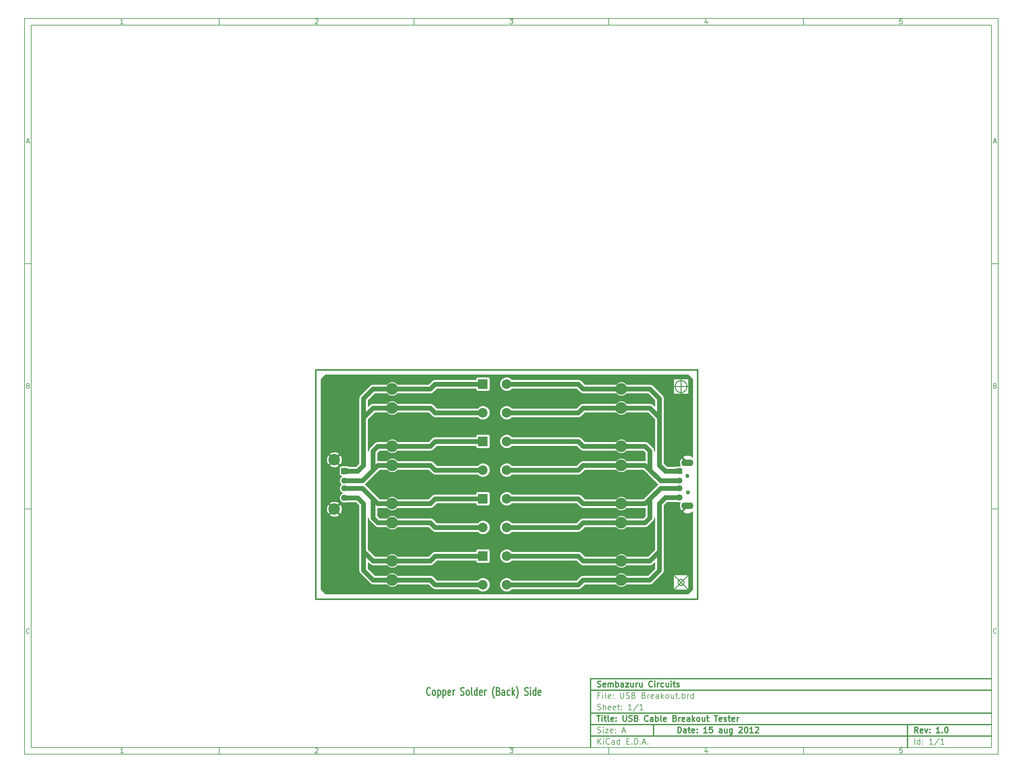
<source format=gbl>
G04 (created by PCBNEW-RS274X (2012-01-19 BZR 3256)-stable) date 15/08/2012 23:21:52*
G01*
G70*
G90*
%MOIN*%
G04 Gerber Fmt 3.4, Leading zero omitted, Abs format*
%FSLAX34Y34*%
G04 APERTURE LIST*
%ADD10C,0.006000*%
%ADD11C,0.012000*%
%ADD12C,0.010000*%
%ADD13C,0.015000*%
%ADD14R,0.100000X0.100000*%
%ADD15C,0.100000*%
%ADD16R,0.063200X0.063200*%
%ADD17O,0.066200X0.059100*%
%ADD18C,0.066200*%
%ADD19O,0.128400X0.069400*%
%ADD20C,0.043300*%
%ADD21R,0.066200X0.066200*%
%ADD22C,0.120600*%
%ADD23C,0.123000*%
%ADD24C,0.050000*%
G04 APERTURE END LIST*
G54D10*
X-30500Y36750D02*
X71500Y36750D01*
X71500Y-40250D01*
X-30500Y-40250D01*
X-30500Y36750D01*
X-29800Y36050D02*
X70800Y36050D01*
X70800Y-39550D01*
X-29800Y-39550D01*
X-29800Y36050D01*
X-10100Y36750D02*
X-10100Y36050D01*
X-20157Y36198D02*
X-20443Y36198D01*
X-20300Y36198D02*
X-20300Y36698D01*
X-20348Y36626D01*
X-20395Y36579D01*
X-20443Y36555D01*
X-10100Y-40250D02*
X-10100Y-39550D01*
X-20157Y-40102D02*
X-20443Y-40102D01*
X-20300Y-40102D02*
X-20300Y-39602D01*
X-20348Y-39674D01*
X-20395Y-39721D01*
X-20443Y-39745D01*
X10300Y36750D02*
X10300Y36050D01*
X-00043Y36650D02*
X-00019Y36674D01*
X00029Y36698D01*
X00148Y36698D01*
X00195Y36674D01*
X00219Y36650D01*
X00243Y36602D01*
X00243Y36555D01*
X00219Y36483D01*
X-00067Y36198D01*
X00243Y36198D01*
X10300Y-40250D02*
X10300Y-39550D01*
X-00043Y-39650D02*
X-00019Y-39626D01*
X00029Y-39602D01*
X00148Y-39602D01*
X00195Y-39626D01*
X00219Y-39650D01*
X00243Y-39698D01*
X00243Y-39745D01*
X00219Y-39817D01*
X-00067Y-40102D01*
X00243Y-40102D01*
X30700Y36750D02*
X30700Y36050D01*
X20333Y36698D02*
X20643Y36698D01*
X20476Y36507D01*
X20548Y36507D01*
X20595Y36483D01*
X20619Y36460D01*
X20643Y36412D01*
X20643Y36293D01*
X20619Y36245D01*
X20595Y36221D01*
X20548Y36198D01*
X20405Y36198D01*
X20357Y36221D01*
X20333Y36245D01*
X30700Y-40250D02*
X30700Y-39550D01*
X20333Y-39602D02*
X20643Y-39602D01*
X20476Y-39793D01*
X20548Y-39793D01*
X20595Y-39817D01*
X20619Y-39840D01*
X20643Y-39888D01*
X20643Y-40007D01*
X20619Y-40055D01*
X20595Y-40079D01*
X20548Y-40102D01*
X20405Y-40102D01*
X20357Y-40079D01*
X20333Y-40055D01*
X51100Y36750D02*
X51100Y36050D01*
X40995Y36531D02*
X40995Y36198D01*
X40876Y36721D02*
X40757Y36364D01*
X41067Y36364D01*
X51100Y-40250D02*
X51100Y-39550D01*
X40995Y-39769D02*
X40995Y-40102D01*
X40876Y-39579D02*
X40757Y-39936D01*
X41067Y-39936D01*
X61419Y36698D02*
X61181Y36698D01*
X61157Y36460D01*
X61181Y36483D01*
X61229Y36507D01*
X61348Y36507D01*
X61395Y36483D01*
X61419Y36460D01*
X61443Y36412D01*
X61443Y36293D01*
X61419Y36245D01*
X61395Y36221D01*
X61348Y36198D01*
X61229Y36198D01*
X61181Y36221D01*
X61157Y36245D01*
X61419Y-39602D02*
X61181Y-39602D01*
X61157Y-39840D01*
X61181Y-39817D01*
X61229Y-39793D01*
X61348Y-39793D01*
X61395Y-39817D01*
X61419Y-39840D01*
X61443Y-39888D01*
X61443Y-40007D01*
X61419Y-40055D01*
X61395Y-40079D01*
X61348Y-40102D01*
X61229Y-40102D01*
X61181Y-40079D01*
X61157Y-40055D01*
X-30500Y11090D02*
X-29800Y11090D01*
X-30269Y23860D02*
X-30031Y23860D01*
X-30316Y23718D02*
X-30150Y24218D01*
X-29983Y23718D01*
X71500Y11090D02*
X70800Y11090D01*
X71031Y23860D02*
X71269Y23860D01*
X70984Y23718D02*
X71150Y24218D01*
X71317Y23718D01*
X-30500Y-14570D02*
X-29800Y-14570D01*
X-30114Y-01680D02*
X-30043Y-01704D01*
X-30019Y-01728D01*
X-29995Y-01776D01*
X-29995Y-01847D01*
X-30019Y-01895D01*
X-30043Y-01919D01*
X-30090Y-01942D01*
X-30281Y-01942D01*
X-30281Y-01442D01*
X-30114Y-01442D01*
X-30067Y-01466D01*
X-30043Y-01490D01*
X-30019Y-01538D01*
X-30019Y-01585D01*
X-30043Y-01633D01*
X-30067Y-01657D01*
X-30114Y-01680D01*
X-30281Y-01680D01*
X71500Y-14570D02*
X70800Y-14570D01*
X71186Y-01680D02*
X71257Y-01704D01*
X71281Y-01728D01*
X71305Y-01776D01*
X71305Y-01847D01*
X71281Y-01895D01*
X71257Y-01919D01*
X71210Y-01942D01*
X71019Y-01942D01*
X71019Y-01442D01*
X71186Y-01442D01*
X71233Y-01466D01*
X71257Y-01490D01*
X71281Y-01538D01*
X71281Y-01585D01*
X71257Y-01633D01*
X71233Y-01657D01*
X71186Y-01680D01*
X71019Y-01680D01*
X-29995Y-27555D02*
X-30019Y-27579D01*
X-30090Y-27602D01*
X-30138Y-27602D01*
X-30210Y-27579D01*
X-30257Y-27531D01*
X-30281Y-27483D01*
X-30305Y-27388D01*
X-30305Y-27317D01*
X-30281Y-27221D01*
X-30257Y-27174D01*
X-30210Y-27126D01*
X-30138Y-27102D01*
X-30090Y-27102D01*
X-30019Y-27126D01*
X-29995Y-27150D01*
X71305Y-27555D02*
X71281Y-27579D01*
X71210Y-27602D01*
X71162Y-27602D01*
X71090Y-27579D01*
X71043Y-27531D01*
X71019Y-27483D01*
X70995Y-27388D01*
X70995Y-27317D01*
X71019Y-27221D01*
X71043Y-27174D01*
X71090Y-27126D01*
X71162Y-27102D01*
X71210Y-27102D01*
X71281Y-27126D01*
X71305Y-27150D01*
G54D11*
X37943Y-37993D02*
X37943Y-37393D01*
X38086Y-37393D01*
X38171Y-37421D01*
X38229Y-37479D01*
X38257Y-37536D01*
X38286Y-37650D01*
X38286Y-37736D01*
X38257Y-37850D01*
X38229Y-37907D01*
X38171Y-37964D01*
X38086Y-37993D01*
X37943Y-37993D01*
X38800Y-37993D02*
X38800Y-37679D01*
X38771Y-37621D01*
X38714Y-37593D01*
X38600Y-37593D01*
X38543Y-37621D01*
X38800Y-37964D02*
X38743Y-37993D01*
X38600Y-37993D01*
X38543Y-37964D01*
X38514Y-37907D01*
X38514Y-37850D01*
X38543Y-37793D01*
X38600Y-37764D01*
X38743Y-37764D01*
X38800Y-37736D01*
X39000Y-37593D02*
X39229Y-37593D01*
X39086Y-37393D02*
X39086Y-37907D01*
X39114Y-37964D01*
X39172Y-37993D01*
X39229Y-37993D01*
X39657Y-37964D02*
X39600Y-37993D01*
X39486Y-37993D01*
X39429Y-37964D01*
X39400Y-37907D01*
X39400Y-37679D01*
X39429Y-37621D01*
X39486Y-37593D01*
X39600Y-37593D01*
X39657Y-37621D01*
X39686Y-37679D01*
X39686Y-37736D01*
X39400Y-37793D01*
X39943Y-37936D02*
X39971Y-37964D01*
X39943Y-37993D01*
X39914Y-37964D01*
X39943Y-37936D01*
X39943Y-37993D01*
X39943Y-37621D02*
X39971Y-37650D01*
X39943Y-37679D01*
X39914Y-37650D01*
X39943Y-37621D01*
X39943Y-37679D01*
X41000Y-37993D02*
X40657Y-37993D01*
X40829Y-37993D02*
X40829Y-37393D01*
X40772Y-37479D01*
X40714Y-37536D01*
X40657Y-37564D01*
X41543Y-37393D02*
X41257Y-37393D01*
X41228Y-37679D01*
X41257Y-37650D01*
X41314Y-37621D01*
X41457Y-37621D01*
X41514Y-37650D01*
X41543Y-37679D01*
X41571Y-37736D01*
X41571Y-37879D01*
X41543Y-37936D01*
X41514Y-37964D01*
X41457Y-37993D01*
X41314Y-37993D01*
X41257Y-37964D01*
X41228Y-37936D01*
X42542Y-37993D02*
X42542Y-37679D01*
X42513Y-37621D01*
X42456Y-37593D01*
X42342Y-37593D01*
X42285Y-37621D01*
X42542Y-37964D02*
X42485Y-37993D01*
X42342Y-37993D01*
X42285Y-37964D01*
X42256Y-37907D01*
X42256Y-37850D01*
X42285Y-37793D01*
X42342Y-37764D01*
X42485Y-37764D01*
X42542Y-37736D01*
X43085Y-37593D02*
X43085Y-37993D01*
X42828Y-37593D02*
X42828Y-37907D01*
X42856Y-37964D01*
X42914Y-37993D01*
X42999Y-37993D01*
X43056Y-37964D01*
X43085Y-37936D01*
X43628Y-37593D02*
X43628Y-38079D01*
X43599Y-38136D01*
X43571Y-38164D01*
X43514Y-38193D01*
X43428Y-38193D01*
X43371Y-38164D01*
X43628Y-37964D02*
X43571Y-37993D01*
X43457Y-37993D01*
X43399Y-37964D01*
X43371Y-37936D01*
X43342Y-37879D01*
X43342Y-37707D01*
X43371Y-37650D01*
X43399Y-37621D01*
X43457Y-37593D01*
X43571Y-37593D01*
X43628Y-37621D01*
X44342Y-37450D02*
X44371Y-37421D01*
X44428Y-37393D01*
X44571Y-37393D01*
X44628Y-37421D01*
X44657Y-37450D01*
X44685Y-37507D01*
X44685Y-37564D01*
X44657Y-37650D01*
X44314Y-37993D01*
X44685Y-37993D01*
X45056Y-37393D02*
X45113Y-37393D01*
X45170Y-37421D01*
X45199Y-37450D01*
X45228Y-37507D01*
X45256Y-37621D01*
X45256Y-37764D01*
X45228Y-37879D01*
X45199Y-37936D01*
X45170Y-37964D01*
X45113Y-37993D01*
X45056Y-37993D01*
X44999Y-37964D01*
X44970Y-37936D01*
X44942Y-37879D01*
X44913Y-37764D01*
X44913Y-37621D01*
X44942Y-37507D01*
X44970Y-37450D01*
X44999Y-37421D01*
X45056Y-37393D01*
X45827Y-37993D02*
X45484Y-37993D01*
X45656Y-37993D02*
X45656Y-37393D01*
X45599Y-37479D01*
X45541Y-37536D01*
X45484Y-37564D01*
X46055Y-37450D02*
X46084Y-37421D01*
X46141Y-37393D01*
X46284Y-37393D01*
X46341Y-37421D01*
X46370Y-37450D01*
X46398Y-37507D01*
X46398Y-37564D01*
X46370Y-37650D01*
X46027Y-37993D01*
X46398Y-37993D01*
G54D10*
X29543Y-39193D02*
X29543Y-38593D01*
X29886Y-39193D02*
X29629Y-38850D01*
X29886Y-38593D02*
X29543Y-38936D01*
X30143Y-39193D02*
X30143Y-38793D01*
X30143Y-38593D02*
X30114Y-38621D01*
X30143Y-38650D01*
X30171Y-38621D01*
X30143Y-38593D01*
X30143Y-38650D01*
X30772Y-39136D02*
X30743Y-39164D01*
X30657Y-39193D01*
X30600Y-39193D01*
X30515Y-39164D01*
X30457Y-39107D01*
X30429Y-39050D01*
X30400Y-38936D01*
X30400Y-38850D01*
X30429Y-38736D01*
X30457Y-38679D01*
X30515Y-38621D01*
X30600Y-38593D01*
X30657Y-38593D01*
X30743Y-38621D01*
X30772Y-38650D01*
X31286Y-39193D02*
X31286Y-38879D01*
X31257Y-38821D01*
X31200Y-38793D01*
X31086Y-38793D01*
X31029Y-38821D01*
X31286Y-39164D02*
X31229Y-39193D01*
X31086Y-39193D01*
X31029Y-39164D01*
X31000Y-39107D01*
X31000Y-39050D01*
X31029Y-38993D01*
X31086Y-38964D01*
X31229Y-38964D01*
X31286Y-38936D01*
X31829Y-39193D02*
X31829Y-38593D01*
X31829Y-39164D02*
X31772Y-39193D01*
X31658Y-39193D01*
X31600Y-39164D01*
X31572Y-39136D01*
X31543Y-39079D01*
X31543Y-38907D01*
X31572Y-38850D01*
X31600Y-38821D01*
X31658Y-38793D01*
X31772Y-38793D01*
X31829Y-38821D01*
X32572Y-38879D02*
X32772Y-38879D01*
X32858Y-39193D02*
X32572Y-39193D01*
X32572Y-38593D01*
X32858Y-38593D01*
X33115Y-39136D02*
X33143Y-39164D01*
X33115Y-39193D01*
X33086Y-39164D01*
X33115Y-39136D01*
X33115Y-39193D01*
X33401Y-39193D02*
X33401Y-38593D01*
X33544Y-38593D01*
X33629Y-38621D01*
X33687Y-38679D01*
X33715Y-38736D01*
X33744Y-38850D01*
X33744Y-38936D01*
X33715Y-39050D01*
X33687Y-39107D01*
X33629Y-39164D01*
X33544Y-39193D01*
X33401Y-39193D01*
X34001Y-39136D02*
X34029Y-39164D01*
X34001Y-39193D01*
X33972Y-39164D01*
X34001Y-39136D01*
X34001Y-39193D01*
X34258Y-39021D02*
X34544Y-39021D01*
X34201Y-39193D02*
X34401Y-38593D01*
X34601Y-39193D01*
X34801Y-39136D02*
X34829Y-39164D01*
X34801Y-39193D01*
X34772Y-39164D01*
X34801Y-39136D01*
X34801Y-39193D01*
G54D11*
X63086Y-37993D02*
X62886Y-37707D01*
X62743Y-37993D02*
X62743Y-37393D01*
X62971Y-37393D01*
X63029Y-37421D01*
X63057Y-37450D01*
X63086Y-37507D01*
X63086Y-37593D01*
X63057Y-37650D01*
X63029Y-37679D01*
X62971Y-37707D01*
X62743Y-37707D01*
X63571Y-37964D02*
X63514Y-37993D01*
X63400Y-37993D01*
X63343Y-37964D01*
X63314Y-37907D01*
X63314Y-37679D01*
X63343Y-37621D01*
X63400Y-37593D01*
X63514Y-37593D01*
X63571Y-37621D01*
X63600Y-37679D01*
X63600Y-37736D01*
X63314Y-37793D01*
X63800Y-37593D02*
X63943Y-37993D01*
X64085Y-37593D01*
X64314Y-37936D02*
X64342Y-37964D01*
X64314Y-37993D01*
X64285Y-37964D01*
X64314Y-37936D01*
X64314Y-37993D01*
X64314Y-37621D02*
X64342Y-37650D01*
X64314Y-37679D01*
X64285Y-37650D01*
X64314Y-37621D01*
X64314Y-37679D01*
X65371Y-37993D02*
X65028Y-37993D01*
X65200Y-37993D02*
X65200Y-37393D01*
X65143Y-37479D01*
X65085Y-37536D01*
X65028Y-37564D01*
X65628Y-37936D02*
X65656Y-37964D01*
X65628Y-37993D01*
X65599Y-37964D01*
X65628Y-37936D01*
X65628Y-37993D01*
X66028Y-37393D02*
X66085Y-37393D01*
X66142Y-37421D01*
X66171Y-37450D01*
X66200Y-37507D01*
X66228Y-37621D01*
X66228Y-37764D01*
X66200Y-37879D01*
X66171Y-37936D01*
X66142Y-37964D01*
X66085Y-37993D01*
X66028Y-37993D01*
X65971Y-37964D01*
X65942Y-37936D01*
X65914Y-37879D01*
X65885Y-37764D01*
X65885Y-37621D01*
X65914Y-37507D01*
X65942Y-37450D01*
X65971Y-37421D01*
X66028Y-37393D01*
G54D10*
X29514Y-37964D02*
X29600Y-37993D01*
X29743Y-37993D01*
X29800Y-37964D01*
X29829Y-37936D01*
X29857Y-37879D01*
X29857Y-37821D01*
X29829Y-37764D01*
X29800Y-37736D01*
X29743Y-37707D01*
X29629Y-37679D01*
X29571Y-37650D01*
X29543Y-37621D01*
X29514Y-37564D01*
X29514Y-37507D01*
X29543Y-37450D01*
X29571Y-37421D01*
X29629Y-37393D01*
X29771Y-37393D01*
X29857Y-37421D01*
X30114Y-37993D02*
X30114Y-37593D01*
X30114Y-37393D02*
X30085Y-37421D01*
X30114Y-37450D01*
X30142Y-37421D01*
X30114Y-37393D01*
X30114Y-37450D01*
X30343Y-37593D02*
X30657Y-37593D01*
X30343Y-37993D01*
X30657Y-37993D01*
X31114Y-37964D02*
X31057Y-37993D01*
X30943Y-37993D01*
X30886Y-37964D01*
X30857Y-37907D01*
X30857Y-37679D01*
X30886Y-37621D01*
X30943Y-37593D01*
X31057Y-37593D01*
X31114Y-37621D01*
X31143Y-37679D01*
X31143Y-37736D01*
X30857Y-37793D01*
X31400Y-37936D02*
X31428Y-37964D01*
X31400Y-37993D01*
X31371Y-37964D01*
X31400Y-37936D01*
X31400Y-37993D01*
X31400Y-37621D02*
X31428Y-37650D01*
X31400Y-37679D01*
X31371Y-37650D01*
X31400Y-37621D01*
X31400Y-37679D01*
X32114Y-37821D02*
X32400Y-37821D01*
X32057Y-37993D02*
X32257Y-37393D01*
X32457Y-37993D01*
X62743Y-39193D02*
X62743Y-38593D01*
X63286Y-39193D02*
X63286Y-38593D01*
X63286Y-39164D02*
X63229Y-39193D01*
X63115Y-39193D01*
X63057Y-39164D01*
X63029Y-39136D01*
X63000Y-39079D01*
X63000Y-38907D01*
X63029Y-38850D01*
X63057Y-38821D01*
X63115Y-38793D01*
X63229Y-38793D01*
X63286Y-38821D01*
X63572Y-39136D02*
X63600Y-39164D01*
X63572Y-39193D01*
X63543Y-39164D01*
X63572Y-39136D01*
X63572Y-39193D01*
X63572Y-38821D02*
X63600Y-38850D01*
X63572Y-38879D01*
X63543Y-38850D01*
X63572Y-38821D01*
X63572Y-38879D01*
X64629Y-39193D02*
X64286Y-39193D01*
X64458Y-39193D02*
X64458Y-38593D01*
X64401Y-38679D01*
X64343Y-38736D01*
X64286Y-38764D01*
X65314Y-38564D02*
X64800Y-39336D01*
X65829Y-39193D02*
X65486Y-39193D01*
X65658Y-39193D02*
X65658Y-38593D01*
X65601Y-38679D01*
X65543Y-38736D01*
X65486Y-38764D01*
G54D11*
X29457Y-36193D02*
X29800Y-36193D01*
X29629Y-36793D02*
X29629Y-36193D01*
X30000Y-36793D02*
X30000Y-36393D01*
X30000Y-36193D02*
X29971Y-36221D01*
X30000Y-36250D01*
X30028Y-36221D01*
X30000Y-36193D01*
X30000Y-36250D01*
X30200Y-36393D02*
X30429Y-36393D01*
X30286Y-36193D02*
X30286Y-36707D01*
X30314Y-36764D01*
X30372Y-36793D01*
X30429Y-36793D01*
X30715Y-36793D02*
X30657Y-36764D01*
X30629Y-36707D01*
X30629Y-36193D01*
X31171Y-36764D02*
X31114Y-36793D01*
X31000Y-36793D01*
X30943Y-36764D01*
X30914Y-36707D01*
X30914Y-36479D01*
X30943Y-36421D01*
X31000Y-36393D01*
X31114Y-36393D01*
X31171Y-36421D01*
X31200Y-36479D01*
X31200Y-36536D01*
X30914Y-36593D01*
X31457Y-36736D02*
X31485Y-36764D01*
X31457Y-36793D01*
X31428Y-36764D01*
X31457Y-36736D01*
X31457Y-36793D01*
X31457Y-36421D02*
X31485Y-36450D01*
X31457Y-36479D01*
X31428Y-36450D01*
X31457Y-36421D01*
X31457Y-36479D01*
X32200Y-36193D02*
X32200Y-36679D01*
X32228Y-36736D01*
X32257Y-36764D01*
X32314Y-36793D01*
X32428Y-36793D01*
X32486Y-36764D01*
X32514Y-36736D01*
X32543Y-36679D01*
X32543Y-36193D01*
X32800Y-36764D02*
X32886Y-36793D01*
X33029Y-36793D01*
X33086Y-36764D01*
X33115Y-36736D01*
X33143Y-36679D01*
X33143Y-36621D01*
X33115Y-36564D01*
X33086Y-36536D01*
X33029Y-36507D01*
X32915Y-36479D01*
X32857Y-36450D01*
X32829Y-36421D01*
X32800Y-36364D01*
X32800Y-36307D01*
X32829Y-36250D01*
X32857Y-36221D01*
X32915Y-36193D01*
X33057Y-36193D01*
X33143Y-36221D01*
X33600Y-36479D02*
X33686Y-36507D01*
X33714Y-36536D01*
X33743Y-36593D01*
X33743Y-36679D01*
X33714Y-36736D01*
X33686Y-36764D01*
X33628Y-36793D01*
X33400Y-36793D01*
X33400Y-36193D01*
X33600Y-36193D01*
X33657Y-36221D01*
X33686Y-36250D01*
X33714Y-36307D01*
X33714Y-36364D01*
X33686Y-36421D01*
X33657Y-36450D01*
X33600Y-36479D01*
X33400Y-36479D01*
X34800Y-36736D02*
X34771Y-36764D01*
X34685Y-36793D01*
X34628Y-36793D01*
X34543Y-36764D01*
X34485Y-36707D01*
X34457Y-36650D01*
X34428Y-36536D01*
X34428Y-36450D01*
X34457Y-36336D01*
X34485Y-36279D01*
X34543Y-36221D01*
X34628Y-36193D01*
X34685Y-36193D01*
X34771Y-36221D01*
X34800Y-36250D01*
X35314Y-36793D02*
X35314Y-36479D01*
X35285Y-36421D01*
X35228Y-36393D01*
X35114Y-36393D01*
X35057Y-36421D01*
X35314Y-36764D02*
X35257Y-36793D01*
X35114Y-36793D01*
X35057Y-36764D01*
X35028Y-36707D01*
X35028Y-36650D01*
X35057Y-36593D01*
X35114Y-36564D01*
X35257Y-36564D01*
X35314Y-36536D01*
X35600Y-36793D02*
X35600Y-36193D01*
X35600Y-36421D02*
X35657Y-36393D01*
X35771Y-36393D01*
X35828Y-36421D01*
X35857Y-36450D01*
X35886Y-36507D01*
X35886Y-36679D01*
X35857Y-36736D01*
X35828Y-36764D01*
X35771Y-36793D01*
X35657Y-36793D01*
X35600Y-36764D01*
X36229Y-36793D02*
X36171Y-36764D01*
X36143Y-36707D01*
X36143Y-36193D01*
X36685Y-36764D02*
X36628Y-36793D01*
X36514Y-36793D01*
X36457Y-36764D01*
X36428Y-36707D01*
X36428Y-36479D01*
X36457Y-36421D01*
X36514Y-36393D01*
X36628Y-36393D01*
X36685Y-36421D01*
X36714Y-36479D01*
X36714Y-36536D01*
X36428Y-36593D01*
X37628Y-36479D02*
X37714Y-36507D01*
X37742Y-36536D01*
X37771Y-36593D01*
X37771Y-36679D01*
X37742Y-36736D01*
X37714Y-36764D01*
X37656Y-36793D01*
X37428Y-36793D01*
X37428Y-36193D01*
X37628Y-36193D01*
X37685Y-36221D01*
X37714Y-36250D01*
X37742Y-36307D01*
X37742Y-36364D01*
X37714Y-36421D01*
X37685Y-36450D01*
X37628Y-36479D01*
X37428Y-36479D01*
X38028Y-36793D02*
X38028Y-36393D01*
X38028Y-36507D02*
X38056Y-36450D01*
X38085Y-36421D01*
X38142Y-36393D01*
X38199Y-36393D01*
X38627Y-36764D02*
X38570Y-36793D01*
X38456Y-36793D01*
X38399Y-36764D01*
X38370Y-36707D01*
X38370Y-36479D01*
X38399Y-36421D01*
X38456Y-36393D01*
X38570Y-36393D01*
X38627Y-36421D01*
X38656Y-36479D01*
X38656Y-36536D01*
X38370Y-36593D01*
X39170Y-36793D02*
X39170Y-36479D01*
X39141Y-36421D01*
X39084Y-36393D01*
X38970Y-36393D01*
X38913Y-36421D01*
X39170Y-36764D02*
X39113Y-36793D01*
X38970Y-36793D01*
X38913Y-36764D01*
X38884Y-36707D01*
X38884Y-36650D01*
X38913Y-36593D01*
X38970Y-36564D01*
X39113Y-36564D01*
X39170Y-36536D01*
X39456Y-36793D02*
X39456Y-36193D01*
X39513Y-36564D02*
X39684Y-36793D01*
X39684Y-36393D02*
X39456Y-36621D01*
X40028Y-36793D02*
X39970Y-36764D01*
X39942Y-36736D01*
X39913Y-36679D01*
X39913Y-36507D01*
X39942Y-36450D01*
X39970Y-36421D01*
X40028Y-36393D01*
X40113Y-36393D01*
X40170Y-36421D01*
X40199Y-36450D01*
X40228Y-36507D01*
X40228Y-36679D01*
X40199Y-36736D01*
X40170Y-36764D01*
X40113Y-36793D01*
X40028Y-36793D01*
X40742Y-36393D02*
X40742Y-36793D01*
X40485Y-36393D02*
X40485Y-36707D01*
X40513Y-36764D01*
X40571Y-36793D01*
X40656Y-36793D01*
X40713Y-36764D01*
X40742Y-36736D01*
X40942Y-36393D02*
X41171Y-36393D01*
X41028Y-36193D02*
X41028Y-36707D01*
X41056Y-36764D01*
X41114Y-36793D01*
X41171Y-36793D01*
X41742Y-36193D02*
X42085Y-36193D01*
X41914Y-36793D02*
X41914Y-36193D01*
X42513Y-36764D02*
X42456Y-36793D01*
X42342Y-36793D01*
X42285Y-36764D01*
X42256Y-36707D01*
X42256Y-36479D01*
X42285Y-36421D01*
X42342Y-36393D01*
X42456Y-36393D01*
X42513Y-36421D01*
X42542Y-36479D01*
X42542Y-36536D01*
X42256Y-36593D01*
X42770Y-36764D02*
X42827Y-36793D01*
X42942Y-36793D01*
X42999Y-36764D01*
X43027Y-36707D01*
X43027Y-36679D01*
X42999Y-36621D01*
X42942Y-36593D01*
X42856Y-36593D01*
X42799Y-36564D01*
X42770Y-36507D01*
X42770Y-36479D01*
X42799Y-36421D01*
X42856Y-36393D01*
X42942Y-36393D01*
X42999Y-36421D01*
X43199Y-36393D02*
X43428Y-36393D01*
X43285Y-36193D02*
X43285Y-36707D01*
X43313Y-36764D01*
X43371Y-36793D01*
X43428Y-36793D01*
X43856Y-36764D02*
X43799Y-36793D01*
X43685Y-36793D01*
X43628Y-36764D01*
X43599Y-36707D01*
X43599Y-36479D01*
X43628Y-36421D01*
X43685Y-36393D01*
X43799Y-36393D01*
X43856Y-36421D01*
X43885Y-36479D01*
X43885Y-36536D01*
X43599Y-36593D01*
X44142Y-36793D02*
X44142Y-36393D01*
X44142Y-36507D02*
X44170Y-36450D01*
X44199Y-36421D01*
X44256Y-36393D01*
X44313Y-36393D01*
G54D10*
X29743Y-34079D02*
X29543Y-34079D01*
X29543Y-34393D02*
X29543Y-33793D01*
X29829Y-33793D01*
X30057Y-34393D02*
X30057Y-33993D01*
X30057Y-33793D02*
X30028Y-33821D01*
X30057Y-33850D01*
X30085Y-33821D01*
X30057Y-33793D01*
X30057Y-33850D01*
X30429Y-34393D02*
X30371Y-34364D01*
X30343Y-34307D01*
X30343Y-33793D01*
X30885Y-34364D02*
X30828Y-34393D01*
X30714Y-34393D01*
X30657Y-34364D01*
X30628Y-34307D01*
X30628Y-34079D01*
X30657Y-34021D01*
X30714Y-33993D01*
X30828Y-33993D01*
X30885Y-34021D01*
X30914Y-34079D01*
X30914Y-34136D01*
X30628Y-34193D01*
X31171Y-34336D02*
X31199Y-34364D01*
X31171Y-34393D01*
X31142Y-34364D01*
X31171Y-34336D01*
X31171Y-34393D01*
X31171Y-34021D02*
X31199Y-34050D01*
X31171Y-34079D01*
X31142Y-34050D01*
X31171Y-34021D01*
X31171Y-34079D01*
X31914Y-33793D02*
X31914Y-34279D01*
X31942Y-34336D01*
X31971Y-34364D01*
X32028Y-34393D01*
X32142Y-34393D01*
X32200Y-34364D01*
X32228Y-34336D01*
X32257Y-34279D01*
X32257Y-33793D01*
X32514Y-34364D02*
X32600Y-34393D01*
X32743Y-34393D01*
X32800Y-34364D01*
X32829Y-34336D01*
X32857Y-34279D01*
X32857Y-34221D01*
X32829Y-34164D01*
X32800Y-34136D01*
X32743Y-34107D01*
X32629Y-34079D01*
X32571Y-34050D01*
X32543Y-34021D01*
X32514Y-33964D01*
X32514Y-33907D01*
X32543Y-33850D01*
X32571Y-33821D01*
X32629Y-33793D01*
X32771Y-33793D01*
X32857Y-33821D01*
X33314Y-34079D02*
X33400Y-34107D01*
X33428Y-34136D01*
X33457Y-34193D01*
X33457Y-34279D01*
X33428Y-34336D01*
X33400Y-34364D01*
X33342Y-34393D01*
X33114Y-34393D01*
X33114Y-33793D01*
X33314Y-33793D01*
X33371Y-33821D01*
X33400Y-33850D01*
X33428Y-33907D01*
X33428Y-33964D01*
X33400Y-34021D01*
X33371Y-34050D01*
X33314Y-34079D01*
X33114Y-34079D01*
X34371Y-34079D02*
X34457Y-34107D01*
X34485Y-34136D01*
X34514Y-34193D01*
X34514Y-34279D01*
X34485Y-34336D01*
X34457Y-34364D01*
X34399Y-34393D01*
X34171Y-34393D01*
X34171Y-33793D01*
X34371Y-33793D01*
X34428Y-33821D01*
X34457Y-33850D01*
X34485Y-33907D01*
X34485Y-33964D01*
X34457Y-34021D01*
X34428Y-34050D01*
X34371Y-34079D01*
X34171Y-34079D01*
X34771Y-34393D02*
X34771Y-33993D01*
X34771Y-34107D02*
X34799Y-34050D01*
X34828Y-34021D01*
X34885Y-33993D01*
X34942Y-33993D01*
X35370Y-34364D02*
X35313Y-34393D01*
X35199Y-34393D01*
X35142Y-34364D01*
X35113Y-34307D01*
X35113Y-34079D01*
X35142Y-34021D01*
X35199Y-33993D01*
X35313Y-33993D01*
X35370Y-34021D01*
X35399Y-34079D01*
X35399Y-34136D01*
X35113Y-34193D01*
X35913Y-34393D02*
X35913Y-34079D01*
X35884Y-34021D01*
X35827Y-33993D01*
X35713Y-33993D01*
X35656Y-34021D01*
X35913Y-34364D02*
X35856Y-34393D01*
X35713Y-34393D01*
X35656Y-34364D01*
X35627Y-34307D01*
X35627Y-34250D01*
X35656Y-34193D01*
X35713Y-34164D01*
X35856Y-34164D01*
X35913Y-34136D01*
X36199Y-34393D02*
X36199Y-33793D01*
X36256Y-34164D02*
X36427Y-34393D01*
X36427Y-33993D02*
X36199Y-34221D01*
X36771Y-34393D02*
X36713Y-34364D01*
X36685Y-34336D01*
X36656Y-34279D01*
X36656Y-34107D01*
X36685Y-34050D01*
X36713Y-34021D01*
X36771Y-33993D01*
X36856Y-33993D01*
X36913Y-34021D01*
X36942Y-34050D01*
X36971Y-34107D01*
X36971Y-34279D01*
X36942Y-34336D01*
X36913Y-34364D01*
X36856Y-34393D01*
X36771Y-34393D01*
X37485Y-33993D02*
X37485Y-34393D01*
X37228Y-33993D02*
X37228Y-34307D01*
X37256Y-34364D01*
X37314Y-34393D01*
X37399Y-34393D01*
X37456Y-34364D01*
X37485Y-34336D01*
X37685Y-33993D02*
X37914Y-33993D01*
X37771Y-33793D02*
X37771Y-34307D01*
X37799Y-34364D01*
X37857Y-34393D01*
X37914Y-34393D01*
X38114Y-34336D02*
X38142Y-34364D01*
X38114Y-34393D01*
X38085Y-34364D01*
X38114Y-34336D01*
X38114Y-34393D01*
X38400Y-34393D02*
X38400Y-33793D01*
X38400Y-34021D02*
X38457Y-33993D01*
X38571Y-33993D01*
X38628Y-34021D01*
X38657Y-34050D01*
X38686Y-34107D01*
X38686Y-34279D01*
X38657Y-34336D01*
X38628Y-34364D01*
X38571Y-34393D01*
X38457Y-34393D01*
X38400Y-34364D01*
X38943Y-34393D02*
X38943Y-33993D01*
X38943Y-34107D02*
X38971Y-34050D01*
X39000Y-34021D01*
X39057Y-33993D01*
X39114Y-33993D01*
X39571Y-34393D02*
X39571Y-33793D01*
X39571Y-34364D02*
X39514Y-34393D01*
X39400Y-34393D01*
X39342Y-34364D01*
X39314Y-34336D01*
X39285Y-34279D01*
X39285Y-34107D01*
X39314Y-34050D01*
X39342Y-34021D01*
X39400Y-33993D01*
X39514Y-33993D01*
X39571Y-34021D01*
X29514Y-35564D02*
X29600Y-35593D01*
X29743Y-35593D01*
X29800Y-35564D01*
X29829Y-35536D01*
X29857Y-35479D01*
X29857Y-35421D01*
X29829Y-35364D01*
X29800Y-35336D01*
X29743Y-35307D01*
X29629Y-35279D01*
X29571Y-35250D01*
X29543Y-35221D01*
X29514Y-35164D01*
X29514Y-35107D01*
X29543Y-35050D01*
X29571Y-35021D01*
X29629Y-34993D01*
X29771Y-34993D01*
X29857Y-35021D01*
X30114Y-35593D02*
X30114Y-34993D01*
X30371Y-35593D02*
X30371Y-35279D01*
X30342Y-35221D01*
X30285Y-35193D01*
X30200Y-35193D01*
X30142Y-35221D01*
X30114Y-35250D01*
X30885Y-35564D02*
X30828Y-35593D01*
X30714Y-35593D01*
X30657Y-35564D01*
X30628Y-35507D01*
X30628Y-35279D01*
X30657Y-35221D01*
X30714Y-35193D01*
X30828Y-35193D01*
X30885Y-35221D01*
X30914Y-35279D01*
X30914Y-35336D01*
X30628Y-35393D01*
X31399Y-35564D02*
X31342Y-35593D01*
X31228Y-35593D01*
X31171Y-35564D01*
X31142Y-35507D01*
X31142Y-35279D01*
X31171Y-35221D01*
X31228Y-35193D01*
X31342Y-35193D01*
X31399Y-35221D01*
X31428Y-35279D01*
X31428Y-35336D01*
X31142Y-35393D01*
X31599Y-35193D02*
X31828Y-35193D01*
X31685Y-34993D02*
X31685Y-35507D01*
X31713Y-35564D01*
X31771Y-35593D01*
X31828Y-35593D01*
X32028Y-35536D02*
X32056Y-35564D01*
X32028Y-35593D01*
X31999Y-35564D01*
X32028Y-35536D01*
X32028Y-35593D01*
X32028Y-35221D02*
X32056Y-35250D01*
X32028Y-35279D01*
X31999Y-35250D01*
X32028Y-35221D01*
X32028Y-35279D01*
X33085Y-35593D02*
X32742Y-35593D01*
X32914Y-35593D02*
X32914Y-34993D01*
X32857Y-35079D01*
X32799Y-35136D01*
X32742Y-35164D01*
X33770Y-34964D02*
X33256Y-35736D01*
X34285Y-35593D02*
X33942Y-35593D01*
X34114Y-35593D02*
X34114Y-34993D01*
X34057Y-35079D01*
X33999Y-35136D01*
X33942Y-35164D01*
G54D11*
X29514Y-33164D02*
X29600Y-33193D01*
X29743Y-33193D01*
X29800Y-33164D01*
X29829Y-33136D01*
X29857Y-33079D01*
X29857Y-33021D01*
X29829Y-32964D01*
X29800Y-32936D01*
X29743Y-32907D01*
X29629Y-32879D01*
X29571Y-32850D01*
X29543Y-32821D01*
X29514Y-32764D01*
X29514Y-32707D01*
X29543Y-32650D01*
X29571Y-32621D01*
X29629Y-32593D01*
X29771Y-32593D01*
X29857Y-32621D01*
X30342Y-33164D02*
X30285Y-33193D01*
X30171Y-33193D01*
X30114Y-33164D01*
X30085Y-33107D01*
X30085Y-32879D01*
X30114Y-32821D01*
X30171Y-32793D01*
X30285Y-32793D01*
X30342Y-32821D01*
X30371Y-32879D01*
X30371Y-32936D01*
X30085Y-32993D01*
X30628Y-33193D02*
X30628Y-32793D01*
X30628Y-32850D02*
X30656Y-32821D01*
X30714Y-32793D01*
X30799Y-32793D01*
X30856Y-32821D01*
X30885Y-32879D01*
X30885Y-33193D01*
X30885Y-32879D02*
X30914Y-32821D01*
X30971Y-32793D01*
X31056Y-32793D01*
X31114Y-32821D01*
X31142Y-32879D01*
X31142Y-33193D01*
X31428Y-33193D02*
X31428Y-32593D01*
X31428Y-32821D02*
X31485Y-32793D01*
X31599Y-32793D01*
X31656Y-32821D01*
X31685Y-32850D01*
X31714Y-32907D01*
X31714Y-33079D01*
X31685Y-33136D01*
X31656Y-33164D01*
X31599Y-33193D01*
X31485Y-33193D01*
X31428Y-33164D01*
X32228Y-33193D02*
X32228Y-32879D01*
X32199Y-32821D01*
X32142Y-32793D01*
X32028Y-32793D01*
X31971Y-32821D01*
X32228Y-33164D02*
X32171Y-33193D01*
X32028Y-33193D01*
X31971Y-33164D01*
X31942Y-33107D01*
X31942Y-33050D01*
X31971Y-32993D01*
X32028Y-32964D01*
X32171Y-32964D01*
X32228Y-32936D01*
X32457Y-32793D02*
X32771Y-32793D01*
X32457Y-33193D01*
X32771Y-33193D01*
X33257Y-32793D02*
X33257Y-33193D01*
X33000Y-32793D02*
X33000Y-33107D01*
X33028Y-33164D01*
X33086Y-33193D01*
X33171Y-33193D01*
X33228Y-33164D01*
X33257Y-33136D01*
X33543Y-33193D02*
X33543Y-32793D01*
X33543Y-32907D02*
X33571Y-32850D01*
X33600Y-32821D01*
X33657Y-32793D01*
X33714Y-32793D01*
X34171Y-32793D02*
X34171Y-33193D01*
X33914Y-32793D02*
X33914Y-33107D01*
X33942Y-33164D01*
X34000Y-33193D01*
X34085Y-33193D01*
X34142Y-33164D01*
X34171Y-33136D01*
X35257Y-33136D02*
X35228Y-33164D01*
X35142Y-33193D01*
X35085Y-33193D01*
X35000Y-33164D01*
X34942Y-33107D01*
X34914Y-33050D01*
X34885Y-32936D01*
X34885Y-32850D01*
X34914Y-32736D01*
X34942Y-32679D01*
X35000Y-32621D01*
X35085Y-32593D01*
X35142Y-32593D01*
X35228Y-32621D01*
X35257Y-32650D01*
X35514Y-33193D02*
X35514Y-32793D01*
X35514Y-32593D02*
X35485Y-32621D01*
X35514Y-32650D01*
X35542Y-32621D01*
X35514Y-32593D01*
X35514Y-32650D01*
X35800Y-33193D02*
X35800Y-32793D01*
X35800Y-32907D02*
X35828Y-32850D01*
X35857Y-32821D01*
X35914Y-32793D01*
X35971Y-32793D01*
X36428Y-33164D02*
X36371Y-33193D01*
X36257Y-33193D01*
X36199Y-33164D01*
X36171Y-33136D01*
X36142Y-33079D01*
X36142Y-32907D01*
X36171Y-32850D01*
X36199Y-32821D01*
X36257Y-32793D01*
X36371Y-32793D01*
X36428Y-32821D01*
X36942Y-32793D02*
X36942Y-33193D01*
X36685Y-32793D02*
X36685Y-33107D01*
X36713Y-33164D01*
X36771Y-33193D01*
X36856Y-33193D01*
X36913Y-33164D01*
X36942Y-33136D01*
X37228Y-33193D02*
X37228Y-32793D01*
X37228Y-32593D02*
X37199Y-32621D01*
X37228Y-32650D01*
X37256Y-32621D01*
X37228Y-32593D01*
X37228Y-32650D01*
X37428Y-32793D02*
X37657Y-32793D01*
X37514Y-32593D02*
X37514Y-33107D01*
X37542Y-33164D01*
X37600Y-33193D01*
X37657Y-33193D01*
X37828Y-33164D02*
X37885Y-33193D01*
X38000Y-33193D01*
X38057Y-33164D01*
X38085Y-33107D01*
X38085Y-33079D01*
X38057Y-33021D01*
X38000Y-32993D01*
X37914Y-32993D01*
X37857Y-32964D01*
X37828Y-32907D01*
X37828Y-32879D01*
X37857Y-32821D01*
X37914Y-32793D01*
X38000Y-32793D01*
X38057Y-32821D01*
X28800Y-32350D02*
X28800Y-39550D01*
X28800Y-33550D02*
X70800Y-33550D01*
X28800Y-32350D02*
X70800Y-32350D01*
X28800Y-35950D02*
X70800Y-35950D01*
X62000Y-37150D02*
X62000Y-39550D01*
X28800Y-38350D02*
X70800Y-38350D01*
X28800Y-37150D02*
X70800Y-37150D01*
X35400Y-37150D02*
X35400Y-38350D01*
X11986Y-33998D02*
X11957Y-34036D01*
X11871Y-34074D01*
X11814Y-34074D01*
X11729Y-34036D01*
X11671Y-33960D01*
X11643Y-33883D01*
X11614Y-33731D01*
X11614Y-33617D01*
X11643Y-33464D01*
X11671Y-33388D01*
X11729Y-33312D01*
X11814Y-33274D01*
X11871Y-33274D01*
X11957Y-33312D01*
X11986Y-33350D01*
X12329Y-34074D02*
X12271Y-34036D01*
X12243Y-33998D01*
X12214Y-33921D01*
X12214Y-33693D01*
X12243Y-33617D01*
X12271Y-33579D01*
X12329Y-33540D01*
X12414Y-33540D01*
X12471Y-33579D01*
X12500Y-33617D01*
X12529Y-33693D01*
X12529Y-33921D01*
X12500Y-33998D01*
X12471Y-34036D01*
X12414Y-34074D01*
X12329Y-34074D01*
X12786Y-33540D02*
X12786Y-34340D01*
X12786Y-33579D02*
X12843Y-33540D01*
X12957Y-33540D01*
X13014Y-33579D01*
X13043Y-33617D01*
X13072Y-33693D01*
X13072Y-33921D01*
X13043Y-33998D01*
X13014Y-34036D01*
X12957Y-34074D01*
X12843Y-34074D01*
X12786Y-34036D01*
X13329Y-33540D02*
X13329Y-34340D01*
X13329Y-33579D02*
X13386Y-33540D01*
X13500Y-33540D01*
X13557Y-33579D01*
X13586Y-33617D01*
X13615Y-33693D01*
X13615Y-33921D01*
X13586Y-33998D01*
X13557Y-34036D01*
X13500Y-34074D01*
X13386Y-34074D01*
X13329Y-34036D01*
X14100Y-34036D02*
X14043Y-34074D01*
X13929Y-34074D01*
X13872Y-34036D01*
X13843Y-33960D01*
X13843Y-33655D01*
X13872Y-33579D01*
X13929Y-33540D01*
X14043Y-33540D01*
X14100Y-33579D01*
X14129Y-33655D01*
X14129Y-33731D01*
X13843Y-33807D01*
X14386Y-34074D02*
X14386Y-33540D01*
X14386Y-33693D02*
X14414Y-33617D01*
X14443Y-33579D01*
X14500Y-33540D01*
X14557Y-33540D01*
X15185Y-34036D02*
X15271Y-34074D01*
X15414Y-34074D01*
X15471Y-34036D01*
X15500Y-33998D01*
X15528Y-33921D01*
X15528Y-33845D01*
X15500Y-33769D01*
X15471Y-33731D01*
X15414Y-33693D01*
X15300Y-33655D01*
X15242Y-33617D01*
X15214Y-33579D01*
X15185Y-33502D01*
X15185Y-33426D01*
X15214Y-33350D01*
X15242Y-33312D01*
X15300Y-33274D01*
X15442Y-33274D01*
X15528Y-33312D01*
X15871Y-34074D02*
X15813Y-34036D01*
X15785Y-33998D01*
X15756Y-33921D01*
X15756Y-33693D01*
X15785Y-33617D01*
X15813Y-33579D01*
X15871Y-33540D01*
X15956Y-33540D01*
X16013Y-33579D01*
X16042Y-33617D01*
X16071Y-33693D01*
X16071Y-33921D01*
X16042Y-33998D01*
X16013Y-34036D01*
X15956Y-34074D01*
X15871Y-34074D01*
X16414Y-34074D02*
X16356Y-34036D01*
X16328Y-33960D01*
X16328Y-33274D01*
X16899Y-34074D02*
X16899Y-33274D01*
X16899Y-34036D02*
X16842Y-34074D01*
X16728Y-34074D01*
X16670Y-34036D01*
X16642Y-33998D01*
X16613Y-33921D01*
X16613Y-33693D01*
X16642Y-33617D01*
X16670Y-33579D01*
X16728Y-33540D01*
X16842Y-33540D01*
X16899Y-33579D01*
X17413Y-34036D02*
X17356Y-34074D01*
X17242Y-34074D01*
X17185Y-34036D01*
X17156Y-33960D01*
X17156Y-33655D01*
X17185Y-33579D01*
X17242Y-33540D01*
X17356Y-33540D01*
X17413Y-33579D01*
X17442Y-33655D01*
X17442Y-33731D01*
X17156Y-33807D01*
X17699Y-34074D02*
X17699Y-33540D01*
X17699Y-33693D02*
X17727Y-33617D01*
X17756Y-33579D01*
X17813Y-33540D01*
X17870Y-33540D01*
X18698Y-34379D02*
X18670Y-34340D01*
X18613Y-34226D01*
X18584Y-34150D01*
X18555Y-34036D01*
X18527Y-33845D01*
X18527Y-33693D01*
X18555Y-33502D01*
X18584Y-33388D01*
X18613Y-33312D01*
X18670Y-33198D01*
X18698Y-33160D01*
X19127Y-33655D02*
X19213Y-33693D01*
X19241Y-33731D01*
X19270Y-33807D01*
X19270Y-33921D01*
X19241Y-33998D01*
X19213Y-34036D01*
X19155Y-34074D01*
X18927Y-34074D01*
X18927Y-33274D01*
X19127Y-33274D01*
X19184Y-33312D01*
X19213Y-33350D01*
X19241Y-33426D01*
X19241Y-33502D01*
X19213Y-33579D01*
X19184Y-33617D01*
X19127Y-33655D01*
X18927Y-33655D01*
X19784Y-34074D02*
X19784Y-33655D01*
X19755Y-33579D01*
X19698Y-33540D01*
X19584Y-33540D01*
X19527Y-33579D01*
X19784Y-34036D02*
X19727Y-34074D01*
X19584Y-34074D01*
X19527Y-34036D01*
X19498Y-33960D01*
X19498Y-33883D01*
X19527Y-33807D01*
X19584Y-33769D01*
X19727Y-33769D01*
X19784Y-33731D01*
X20327Y-34036D02*
X20270Y-34074D01*
X20156Y-34074D01*
X20098Y-34036D01*
X20070Y-33998D01*
X20041Y-33921D01*
X20041Y-33693D01*
X20070Y-33617D01*
X20098Y-33579D01*
X20156Y-33540D01*
X20270Y-33540D01*
X20327Y-33579D01*
X20584Y-34074D02*
X20584Y-33274D01*
X20641Y-33769D02*
X20812Y-34074D01*
X20812Y-33540D02*
X20584Y-33845D01*
X21013Y-34379D02*
X21041Y-34340D01*
X21098Y-34226D01*
X21127Y-34150D01*
X21156Y-34036D01*
X21184Y-33845D01*
X21184Y-33693D01*
X21156Y-33502D01*
X21127Y-33388D01*
X21098Y-33312D01*
X21041Y-33198D01*
X21013Y-33160D01*
X21898Y-34036D02*
X21984Y-34074D01*
X22127Y-34074D01*
X22184Y-34036D01*
X22213Y-33998D01*
X22241Y-33921D01*
X22241Y-33845D01*
X22213Y-33769D01*
X22184Y-33731D01*
X22127Y-33693D01*
X22013Y-33655D01*
X21955Y-33617D01*
X21927Y-33579D01*
X21898Y-33502D01*
X21898Y-33426D01*
X21927Y-33350D01*
X21955Y-33312D01*
X22013Y-33274D01*
X22155Y-33274D01*
X22241Y-33312D01*
X22498Y-34074D02*
X22498Y-33540D01*
X22498Y-33274D02*
X22469Y-33312D01*
X22498Y-33350D01*
X22526Y-33312D01*
X22498Y-33274D01*
X22498Y-33350D01*
X23041Y-34074D02*
X23041Y-33274D01*
X23041Y-34036D02*
X22984Y-34074D01*
X22870Y-34074D01*
X22812Y-34036D01*
X22784Y-33998D01*
X22755Y-33921D01*
X22755Y-33693D01*
X22784Y-33617D01*
X22812Y-33579D01*
X22870Y-33540D01*
X22984Y-33540D01*
X23041Y-33579D01*
X23555Y-34036D02*
X23498Y-34074D01*
X23384Y-34074D01*
X23327Y-34036D01*
X23298Y-33960D01*
X23298Y-33655D01*
X23327Y-33579D01*
X23384Y-33540D01*
X23498Y-33540D01*
X23555Y-33579D01*
X23584Y-33655D01*
X23584Y-33731D01*
X23298Y-33807D01*
G54D12*
X38562Y-22250D02*
X38556Y-22310D01*
X38538Y-22368D01*
X38509Y-22422D01*
X38471Y-22469D01*
X38424Y-22508D01*
X38370Y-22537D01*
X38312Y-22555D01*
X38252Y-22561D01*
X38192Y-22556D01*
X38134Y-22539D01*
X38080Y-22511D01*
X38032Y-22472D01*
X37993Y-22426D01*
X37964Y-22372D01*
X37945Y-22314D01*
X37939Y-22254D01*
X37944Y-22194D01*
X37960Y-22136D01*
X37988Y-22081D01*
X38026Y-22034D01*
X38072Y-21994D01*
X38126Y-21965D01*
X38184Y-21946D01*
X38244Y-21939D01*
X38304Y-21943D01*
X38362Y-21960D01*
X38417Y-21987D01*
X38465Y-22025D01*
X38504Y-22071D01*
X38535Y-22124D01*
X38554Y-22181D01*
X38561Y-22242D01*
X38562Y-22250D01*
X37375Y-21375D02*
X39125Y-23125D01*
X37375Y-23125D02*
X39125Y-21375D01*
X38875Y-01750D02*
X38863Y-01871D01*
X38827Y-01988D01*
X38770Y-02095D01*
X38693Y-02190D01*
X38599Y-02268D01*
X38492Y-02326D01*
X38375Y-02362D01*
X38254Y-02374D01*
X38133Y-02363D01*
X38016Y-02329D01*
X37908Y-02272D01*
X37813Y-02196D01*
X37735Y-02103D01*
X37676Y-01996D01*
X37639Y-01879D01*
X37626Y-01758D01*
X37636Y-01638D01*
X37669Y-01520D01*
X37725Y-01412D01*
X37801Y-01316D01*
X37894Y-01237D01*
X38000Y-01178D01*
X38116Y-01140D01*
X38237Y-01126D01*
X38358Y-01135D01*
X38476Y-01168D01*
X38584Y-01223D01*
X38681Y-01298D01*
X38760Y-01390D01*
X38820Y-01496D01*
X38859Y-01612D01*
X38874Y-01733D01*
X38875Y-01750D01*
X37000Y-01750D02*
X39500Y-01750D01*
X38250Y-00500D02*
X38250Y-03000D01*
G54D13*
X40000Y-24000D02*
X00000Y-24000D01*
X00000Y00000D02*
X40000Y00000D01*
X00000Y-24000D02*
X00000Y00000D01*
X40000Y00000D02*
X40000Y-24000D01*
G54D14*
X17500Y-19500D03*
G54D15*
X20000Y-19500D03*
X17500Y-22500D03*
X20000Y-22500D03*
G54D14*
X17500Y-13500D03*
G54D15*
X20000Y-13500D03*
X17500Y-16500D03*
X20000Y-16500D03*
G54D14*
X17500Y-07500D03*
G54D15*
X20000Y-07500D03*
X17500Y-10500D03*
X20000Y-10500D03*
G54D14*
X17500Y-01500D03*
G54D15*
X20000Y-01500D03*
X17500Y-04500D03*
X20000Y-04500D03*
G54D16*
X38100Y-10622D03*
G54D17*
X38100Y-11606D03*
X38100Y-12394D03*
G54D18*
X38100Y-13378D03*
G54D19*
X38927Y-09756D03*
X38927Y-14244D03*
G54D20*
X38927Y-11114D03*
X38986Y-12827D03*
G54D18*
X03000Y-13400D03*
G54D17*
X03000Y-12400D03*
X03000Y-11600D03*
G54D21*
X03000Y-10600D03*
G54D22*
X01933Y-14587D03*
X01933Y-09413D03*
G54D23*
X08000Y-16000D03*
X08000Y-14000D03*
X32000Y-04000D03*
X32000Y-02000D03*
X08000Y-22000D03*
X08000Y-20000D03*
X08000Y-10000D03*
X08000Y-08000D03*
X32000Y-22000D03*
X32000Y-20000D03*
X32000Y-16000D03*
X32000Y-14000D03*
X32000Y-10000D03*
X32000Y-08000D03*
X08000Y-04000D03*
X08000Y-02000D03*
G54D24*
X12500Y-16500D02*
X17500Y-16500D01*
X12000Y-16000D02*
X12500Y-16500D01*
X08000Y-14000D02*
X12000Y-14000D01*
X12000Y-14000D02*
X12500Y-13500D01*
X12500Y-13500D02*
X17500Y-13500D01*
X06000Y-13500D02*
X06500Y-14000D01*
X06500Y-14000D02*
X08000Y-14000D01*
X03000Y-12400D02*
X04900Y-12400D01*
X06500Y-16000D02*
X08000Y-16000D01*
X06000Y-15500D02*
X06500Y-16000D01*
X06000Y-13500D02*
X06000Y-15500D01*
X04900Y-12400D02*
X06000Y-13500D01*
X08000Y-16000D02*
X12000Y-16000D01*
X34500Y-16000D02*
X32000Y-16000D01*
X36106Y-12394D02*
X35000Y-13500D01*
X35000Y-13500D02*
X35000Y-15500D01*
X32000Y-14000D02*
X28000Y-14000D01*
X28000Y-16000D02*
X27500Y-16500D01*
X38100Y-12394D02*
X36106Y-12394D01*
X34500Y-14000D02*
X32000Y-14000D01*
X27500Y-13500D02*
X20000Y-13500D01*
X28000Y-14000D02*
X27500Y-13500D01*
X35000Y-13500D02*
X34500Y-14000D01*
X35000Y-15500D02*
X34500Y-16000D01*
X27500Y-16500D02*
X20000Y-16500D01*
X32000Y-16000D02*
X28000Y-16000D01*
X03000Y-11600D02*
X04900Y-11600D01*
X06500Y-10000D02*
X08000Y-10000D01*
X08000Y-08000D02*
X12000Y-08000D01*
X06000Y-08500D02*
X06500Y-08000D01*
X04900Y-11600D02*
X06000Y-10500D01*
X06000Y-10500D02*
X06000Y-08500D01*
X06000Y-10500D02*
X06500Y-10000D01*
X12000Y-10000D02*
X12500Y-10500D01*
X06500Y-08000D02*
X08000Y-08000D01*
X12500Y-10500D02*
X17500Y-10500D01*
X12000Y-08000D02*
X12500Y-07500D01*
X12500Y-07500D02*
X17500Y-07500D01*
X08000Y-10000D02*
X12000Y-10000D01*
X34500Y-08000D02*
X32000Y-08000D01*
X35000Y-08500D02*
X34500Y-08000D01*
X35000Y-10500D02*
X34500Y-10000D01*
X34500Y-10000D02*
X32000Y-10000D01*
X38100Y-11606D02*
X36106Y-11606D01*
X35000Y-10500D02*
X35000Y-08500D01*
X36106Y-11606D02*
X35000Y-10500D01*
X32000Y-10000D02*
X28000Y-10000D01*
X32000Y-08000D02*
X28000Y-08000D01*
X27500Y-07500D02*
X20000Y-07500D01*
X28000Y-08000D02*
X27500Y-07500D01*
X28000Y-10000D02*
X27500Y-10500D01*
X27500Y-10500D02*
X20000Y-10500D01*
X06000Y-22000D02*
X08000Y-22000D01*
X05000Y-14000D02*
X05000Y-14500D01*
X04400Y-13400D02*
X05000Y-14000D01*
X05000Y-19000D02*
X05000Y-14500D01*
X12500Y-19500D02*
X17500Y-19500D01*
X05000Y-19000D02*
X06000Y-20000D01*
X03000Y-13400D02*
X04400Y-13400D01*
X05000Y-14500D02*
X05000Y-21000D01*
X12500Y-22500D02*
X17500Y-22500D01*
X08000Y-20000D02*
X12000Y-20000D01*
X12000Y-22000D02*
X12500Y-22500D01*
X08000Y-20000D02*
X06000Y-20000D01*
X08000Y-22000D02*
X12000Y-22000D01*
X05000Y-21000D02*
X06000Y-22000D01*
X12000Y-20000D02*
X12500Y-19500D01*
X32000Y-20000D02*
X28000Y-20000D01*
X28000Y-22000D02*
X27500Y-22500D01*
X27500Y-22500D02*
X20000Y-22500D01*
X32000Y-22000D02*
X28000Y-22000D01*
X36000Y-15000D02*
X36000Y-19000D01*
X35000Y-20000D02*
X32000Y-20000D01*
X36000Y-19000D02*
X35000Y-20000D01*
X36000Y-15000D02*
X36000Y-21000D01*
X36622Y-13378D02*
X36000Y-14000D01*
X28000Y-20000D02*
X27500Y-19500D01*
X27500Y-19500D02*
X20000Y-19500D01*
X36000Y-14000D02*
X36000Y-15000D01*
X36000Y-21000D02*
X35000Y-22000D01*
X35000Y-22000D02*
X32000Y-22000D01*
X38100Y-13378D02*
X36622Y-13378D01*
X05000Y-10000D02*
X05000Y-09000D01*
X08000Y-02000D02*
X12000Y-02000D01*
X12500Y-04500D02*
X17500Y-04500D01*
X03000Y-10600D02*
X04400Y-10600D01*
X06000Y-04000D02*
X08000Y-04000D01*
X08000Y-04000D02*
X12000Y-04000D01*
X05000Y-09000D02*
X05000Y-05000D01*
X05000Y-09000D02*
X05000Y-03000D01*
X12500Y-01500D02*
X17500Y-01500D01*
X05000Y-05000D02*
X06000Y-04000D01*
X12000Y-04000D02*
X12500Y-04500D01*
X06000Y-02000D02*
X08000Y-02000D01*
X05000Y-03000D02*
X06000Y-02000D01*
X04400Y-10600D02*
X05000Y-10000D01*
X12000Y-02000D02*
X12500Y-01500D01*
X36000Y-09500D02*
X36000Y-05000D01*
X35000Y-04000D02*
X32000Y-04000D01*
X36000Y-05000D02*
X35000Y-04000D01*
X38100Y-10622D02*
X36622Y-10622D01*
X35000Y-02000D02*
X32000Y-02000D01*
X36000Y-03000D02*
X35000Y-02000D01*
X36000Y-10000D02*
X36000Y-09500D01*
X36000Y-09500D02*
X36000Y-03000D01*
X36622Y-10622D02*
X36000Y-10000D01*
X32000Y-04000D02*
X28000Y-04000D01*
X28000Y-04000D02*
X27500Y-04500D01*
X27500Y-04500D02*
X20000Y-04500D01*
X32000Y-02000D02*
X28000Y-02000D01*
X27500Y-01500D02*
X20000Y-01500D01*
X28000Y-02000D02*
X27500Y-01500D01*
G54D10*
G36*
X39450Y-22979D02*
X39440Y-22989D01*
X39050Y-23379D01*
X39050Y-23050D01*
X39050Y-21450D01*
X37450Y-21450D01*
X37450Y-23050D01*
X39050Y-23050D01*
X39050Y-23379D01*
X38979Y-23450D01*
X18249Y-23450D01*
X18249Y-22650D01*
X18249Y-22352D01*
X18135Y-22077D01*
X17925Y-21866D01*
X17650Y-21751D01*
X17352Y-21751D01*
X17077Y-21865D01*
X16941Y-22000D01*
X12707Y-22000D01*
X12354Y-21646D01*
X12192Y-21538D01*
X12000Y-21499D01*
X11995Y-21500D01*
X08558Y-21500D01*
X08425Y-21366D01*
X08150Y-21251D01*
X07852Y-21251D01*
X07577Y-21365D01*
X07441Y-21500D01*
X06207Y-21500D01*
X05500Y-20792D01*
X05500Y-20207D01*
X05644Y-20351D01*
X05646Y-20354D01*
X05743Y-20418D01*
X05808Y-20462D01*
X05809Y-20462D01*
X06000Y-20500D01*
X07441Y-20500D01*
X07575Y-20634D01*
X07850Y-20749D01*
X08148Y-20749D01*
X08423Y-20635D01*
X08558Y-20500D01*
X11995Y-20500D01*
X12000Y-20501D01*
X12000Y-20500D01*
X12191Y-20462D01*
X12192Y-20462D01*
X12354Y-20354D01*
X12707Y-20000D01*
X16751Y-20000D01*
X16751Y-20049D01*
X16789Y-20141D01*
X16859Y-20211D01*
X16950Y-20249D01*
X17049Y-20249D01*
X18049Y-20249D01*
X18141Y-20211D01*
X18211Y-20141D01*
X18249Y-20050D01*
X18249Y-19951D01*
X18249Y-18951D01*
X18211Y-18859D01*
X18141Y-18789D01*
X18050Y-18751D01*
X17951Y-18751D01*
X16951Y-18751D01*
X16859Y-18789D01*
X16789Y-18859D01*
X16751Y-18950D01*
X16751Y-19000D01*
X12504Y-19000D01*
X12500Y-18999D01*
X12308Y-19038D01*
X12243Y-19081D01*
X12146Y-19146D01*
X12144Y-19148D01*
X11792Y-19500D01*
X08558Y-19500D01*
X08425Y-19366D01*
X08150Y-19251D01*
X07852Y-19251D01*
X07577Y-19365D01*
X07441Y-19500D01*
X06207Y-19500D01*
X05500Y-18792D01*
X05500Y-15504D01*
X05538Y-15692D01*
X05646Y-15854D01*
X06144Y-16351D01*
X06146Y-16354D01*
X06243Y-16418D01*
X06308Y-16462D01*
X06309Y-16462D01*
X06500Y-16501D01*
X06500Y-16500D01*
X06504Y-16500D01*
X07441Y-16500D01*
X07575Y-16634D01*
X07850Y-16749D01*
X08148Y-16749D01*
X08423Y-16635D01*
X08558Y-16500D01*
X11792Y-16500D01*
X12144Y-16851D01*
X12146Y-16854D01*
X12243Y-16918D01*
X12308Y-16962D01*
X12309Y-16962D01*
X12500Y-17001D01*
X12500Y-17000D01*
X12504Y-17000D01*
X16941Y-17000D01*
X17075Y-17134D01*
X17350Y-17249D01*
X17648Y-17249D01*
X17923Y-17135D01*
X18134Y-16925D01*
X18249Y-16650D01*
X18249Y-16352D01*
X18135Y-16077D01*
X17925Y-15866D01*
X17650Y-15751D01*
X17352Y-15751D01*
X17077Y-15865D01*
X16941Y-16000D01*
X12707Y-16000D01*
X12354Y-15646D01*
X12192Y-15538D01*
X12000Y-15499D01*
X11995Y-15500D01*
X08558Y-15500D01*
X08425Y-15366D01*
X08150Y-15251D01*
X07852Y-15251D01*
X07577Y-15365D01*
X07441Y-15500D01*
X06707Y-15500D01*
X06500Y-15292D01*
X06500Y-14501D01*
X06500Y-14500D01*
X06504Y-14500D01*
X07441Y-14500D01*
X07575Y-14634D01*
X07850Y-14749D01*
X08148Y-14749D01*
X08423Y-14635D01*
X08558Y-14500D01*
X11995Y-14500D01*
X12000Y-14501D01*
X12000Y-14500D01*
X12191Y-14462D01*
X12192Y-14462D01*
X12354Y-14354D01*
X12707Y-14000D01*
X16751Y-14000D01*
X16751Y-14049D01*
X16789Y-14141D01*
X16859Y-14211D01*
X16950Y-14249D01*
X17049Y-14249D01*
X18049Y-14249D01*
X18141Y-14211D01*
X18211Y-14141D01*
X18249Y-14050D01*
X18249Y-13951D01*
X18249Y-12951D01*
X18211Y-12859D01*
X18141Y-12789D01*
X18050Y-12751D01*
X17951Y-12751D01*
X16951Y-12751D01*
X16859Y-12789D01*
X16789Y-12859D01*
X16751Y-12950D01*
X16751Y-13000D01*
X12504Y-13000D01*
X12500Y-12999D01*
X12308Y-13038D01*
X12243Y-13081D01*
X12146Y-13146D01*
X12144Y-13148D01*
X11792Y-13500D01*
X08558Y-13500D01*
X08425Y-13366D01*
X08150Y-13251D01*
X07852Y-13251D01*
X07577Y-13365D01*
X07441Y-13500D01*
X06707Y-13500D01*
X06354Y-13146D01*
X06351Y-13144D01*
X05254Y-12046D01*
X05185Y-12000D01*
X05254Y-11954D01*
X06351Y-10855D01*
X06353Y-10854D01*
X06354Y-10854D01*
X06707Y-10500D01*
X07441Y-10500D01*
X07575Y-10634D01*
X07850Y-10749D01*
X08148Y-10749D01*
X08423Y-10635D01*
X08558Y-10500D01*
X11792Y-10500D01*
X12144Y-10851D01*
X12146Y-10854D01*
X12243Y-10918D01*
X12308Y-10962D01*
X12309Y-10962D01*
X12500Y-11001D01*
X12500Y-11000D01*
X12504Y-11000D01*
X16941Y-11000D01*
X17075Y-11134D01*
X17350Y-11249D01*
X17648Y-11249D01*
X17923Y-11135D01*
X18134Y-10925D01*
X18249Y-10650D01*
X18249Y-10352D01*
X18135Y-10077D01*
X17925Y-09866D01*
X17650Y-09751D01*
X17352Y-09751D01*
X17077Y-09865D01*
X16941Y-10000D01*
X12707Y-10000D01*
X12354Y-09646D01*
X12192Y-09538D01*
X12000Y-09499D01*
X11995Y-09500D01*
X08558Y-09500D01*
X08425Y-09366D01*
X08150Y-09251D01*
X07852Y-09251D01*
X07577Y-09365D01*
X07441Y-09500D01*
X06504Y-09500D01*
X06500Y-09499D01*
X06500Y-08707D01*
X06707Y-08500D01*
X07441Y-08500D01*
X07575Y-08634D01*
X07850Y-08749D01*
X08148Y-08749D01*
X08423Y-08635D01*
X08558Y-08500D01*
X11995Y-08500D01*
X12000Y-08501D01*
X12000Y-08500D01*
X12191Y-08462D01*
X12192Y-08462D01*
X12354Y-08354D01*
X12707Y-08000D01*
X16751Y-08000D01*
X16751Y-08049D01*
X16789Y-08141D01*
X16859Y-08211D01*
X16950Y-08249D01*
X17049Y-08249D01*
X18049Y-08249D01*
X18141Y-08211D01*
X18211Y-08141D01*
X18249Y-08050D01*
X18249Y-07951D01*
X18249Y-06951D01*
X18211Y-06859D01*
X18141Y-06789D01*
X18050Y-06751D01*
X17951Y-06751D01*
X16951Y-06751D01*
X16859Y-06789D01*
X16789Y-06859D01*
X16751Y-06950D01*
X16751Y-07000D01*
X12504Y-07000D01*
X12500Y-06999D01*
X12308Y-07038D01*
X12243Y-07081D01*
X12146Y-07146D01*
X12144Y-07148D01*
X11792Y-07500D01*
X08558Y-07500D01*
X08425Y-07366D01*
X08150Y-07251D01*
X07852Y-07251D01*
X07577Y-07365D01*
X07441Y-07500D01*
X06504Y-07500D01*
X06500Y-07499D01*
X06308Y-07538D01*
X06243Y-07581D01*
X06146Y-07646D01*
X06144Y-07648D01*
X05646Y-08146D01*
X05538Y-08308D01*
X05500Y-08495D01*
X05500Y-05207D01*
X06207Y-04500D01*
X07441Y-04500D01*
X07575Y-04634D01*
X07850Y-04749D01*
X08148Y-04749D01*
X08423Y-04635D01*
X08558Y-04500D01*
X11792Y-04500D01*
X12144Y-04851D01*
X12146Y-04854D01*
X12243Y-04918D01*
X12308Y-04962D01*
X12309Y-04962D01*
X12500Y-05001D01*
X12500Y-05000D01*
X12504Y-05000D01*
X16941Y-05000D01*
X17075Y-05134D01*
X17350Y-05249D01*
X17648Y-05249D01*
X17923Y-05135D01*
X18134Y-04925D01*
X18249Y-04650D01*
X18249Y-04352D01*
X18135Y-04077D01*
X17925Y-03866D01*
X17650Y-03751D01*
X17352Y-03751D01*
X17077Y-03865D01*
X16941Y-04000D01*
X12707Y-04000D01*
X12354Y-03646D01*
X12192Y-03538D01*
X12000Y-03499D01*
X11995Y-03500D01*
X08558Y-03500D01*
X08425Y-03366D01*
X08150Y-03251D01*
X07852Y-03251D01*
X07577Y-03365D01*
X07441Y-03500D01*
X06000Y-03500D01*
X05808Y-03538D01*
X05743Y-03581D01*
X05646Y-03646D01*
X05644Y-03648D01*
X05500Y-03792D01*
X05500Y-03207D01*
X06207Y-02500D01*
X07441Y-02500D01*
X07575Y-02634D01*
X07850Y-02749D01*
X08148Y-02749D01*
X08423Y-02635D01*
X08558Y-02500D01*
X11995Y-02500D01*
X12000Y-02501D01*
X12000Y-02500D01*
X12191Y-02462D01*
X12192Y-02462D01*
X12354Y-02354D01*
X12707Y-02000D01*
X16751Y-02000D01*
X16751Y-02049D01*
X16789Y-02141D01*
X16859Y-02211D01*
X16950Y-02249D01*
X17049Y-02249D01*
X18049Y-02249D01*
X18141Y-02211D01*
X18211Y-02141D01*
X18249Y-02050D01*
X18249Y-01951D01*
X18249Y-00951D01*
X18211Y-00859D01*
X18141Y-00789D01*
X18050Y-00751D01*
X17951Y-00751D01*
X16951Y-00751D01*
X16859Y-00789D01*
X16789Y-00859D01*
X16751Y-00950D01*
X16751Y-01000D01*
X12504Y-01000D01*
X12500Y-00999D01*
X12308Y-01038D01*
X12243Y-01081D01*
X12146Y-01146D01*
X12144Y-01148D01*
X11792Y-01500D01*
X08558Y-01500D01*
X08425Y-01366D01*
X08150Y-01251D01*
X07852Y-01251D01*
X07577Y-01365D01*
X07441Y-01500D01*
X06000Y-01500D01*
X05808Y-01538D01*
X05743Y-01581D01*
X05646Y-01646D01*
X05644Y-01648D01*
X04646Y-02646D01*
X04538Y-02808D01*
X04499Y-03000D01*
X04500Y-03004D01*
X04500Y-04995D01*
X04499Y-05000D01*
X04500Y-05004D01*
X04500Y-09000D01*
X04500Y-09792D01*
X04192Y-10100D01*
X03442Y-10100D01*
X03436Y-10094D01*
X03345Y-10056D01*
X03246Y-10056D01*
X02760Y-10056D01*
X02760Y-09561D01*
X02753Y-09233D01*
X02640Y-08960D01*
X02517Y-08900D01*
X02446Y-08971D01*
X02446Y-08829D01*
X02386Y-08706D01*
X02081Y-08586D01*
X01753Y-08593D01*
X01480Y-08706D01*
X01420Y-08829D01*
X01933Y-09342D01*
X02446Y-08829D01*
X02446Y-08971D01*
X02004Y-09413D01*
X02517Y-09926D01*
X02640Y-09866D01*
X02760Y-09561D01*
X02760Y-10056D01*
X02656Y-10056D01*
X02564Y-10094D01*
X02494Y-10164D01*
X02456Y-10255D01*
X02456Y-10354D01*
X02456Y-10944D01*
X02494Y-11036D01*
X02564Y-11106D01*
X02655Y-11144D01*
X02687Y-11144D01*
X02539Y-11292D01*
X02456Y-11492D01*
X02456Y-11708D01*
X02539Y-11908D01*
X02631Y-12000D01*
X02539Y-12092D01*
X02456Y-12292D01*
X02456Y-12508D01*
X02539Y-12708D01*
X02692Y-12861D01*
X02785Y-12900D01*
X02692Y-12939D01*
X02539Y-13092D01*
X02456Y-13292D01*
X02456Y-13508D01*
X02539Y-13708D01*
X02692Y-13861D01*
X02892Y-13944D01*
X03108Y-13944D01*
X03214Y-13900D01*
X04192Y-13900D01*
X04500Y-14207D01*
X04500Y-14500D01*
X04500Y-18995D01*
X04499Y-19000D01*
X04500Y-19004D01*
X04500Y-20995D01*
X04499Y-21000D01*
X04538Y-21192D01*
X04646Y-21354D01*
X05644Y-22351D01*
X05646Y-22354D01*
X05743Y-22418D01*
X05808Y-22462D01*
X05809Y-22462D01*
X06000Y-22500D01*
X07441Y-22500D01*
X07575Y-22634D01*
X07850Y-22749D01*
X08148Y-22749D01*
X08423Y-22635D01*
X08558Y-22500D01*
X11792Y-22500D01*
X12144Y-22851D01*
X12146Y-22854D01*
X12243Y-22918D01*
X12308Y-22962D01*
X12309Y-22962D01*
X12500Y-23001D01*
X12500Y-23000D01*
X12504Y-23000D01*
X16941Y-23000D01*
X17075Y-23134D01*
X17350Y-23249D01*
X17648Y-23249D01*
X17923Y-23135D01*
X18134Y-22925D01*
X18249Y-22650D01*
X18249Y-23450D01*
X02760Y-23450D01*
X02760Y-14735D01*
X02753Y-14407D01*
X02640Y-14134D01*
X02517Y-14074D01*
X02446Y-14145D01*
X02446Y-14003D01*
X02446Y-09997D01*
X01933Y-09484D01*
X01862Y-09555D01*
X01862Y-09413D01*
X01349Y-08900D01*
X01226Y-08960D01*
X01106Y-09265D01*
X01113Y-09593D01*
X01226Y-09866D01*
X01349Y-09926D01*
X01862Y-09413D01*
X01862Y-09555D01*
X01420Y-09997D01*
X01480Y-10120D01*
X01785Y-10240D01*
X02113Y-10233D01*
X02386Y-10120D01*
X02446Y-09997D01*
X02446Y-14003D01*
X02386Y-13880D01*
X02081Y-13760D01*
X01753Y-13767D01*
X01480Y-13880D01*
X01420Y-14003D01*
X01933Y-14516D01*
X02446Y-14003D01*
X02446Y-14145D01*
X02004Y-14587D01*
X02517Y-15100D01*
X02640Y-15040D01*
X02760Y-14735D01*
X02760Y-23450D01*
X02446Y-23450D01*
X02446Y-15171D01*
X01933Y-14658D01*
X01862Y-14729D01*
X01862Y-14587D01*
X01349Y-14074D01*
X01226Y-14134D01*
X01106Y-14439D01*
X01113Y-14767D01*
X01226Y-15040D01*
X01349Y-15100D01*
X01862Y-14587D01*
X01862Y-14729D01*
X01420Y-15171D01*
X01480Y-15294D01*
X01785Y-15414D01*
X02113Y-15407D01*
X02386Y-15294D01*
X02446Y-15171D01*
X02446Y-23450D01*
X01021Y-23450D01*
X00550Y-22979D01*
X00550Y-01021D01*
X01021Y-00550D01*
X38979Y-00550D01*
X39450Y-01021D01*
X39450Y-09092D01*
X39417Y-09124D01*
X39380Y-09049D01*
X39075Y-08929D01*
X39050Y-08929D01*
X39050Y-02550D01*
X39050Y-00950D01*
X37450Y-00950D01*
X37450Y-02550D01*
X39050Y-02550D01*
X39050Y-08929D01*
X38747Y-08936D01*
X38474Y-09049D01*
X38414Y-09172D01*
X38892Y-09650D01*
X38927Y-09685D01*
X38998Y-09756D01*
X38927Y-09827D01*
X38856Y-09756D01*
X38821Y-09721D01*
X38343Y-09243D01*
X38220Y-09303D01*
X38100Y-09608D01*
X38107Y-09936D01*
X38165Y-10078D01*
X37756Y-10078D01*
X37664Y-10116D01*
X37658Y-10122D01*
X36829Y-10122D01*
X36500Y-09792D01*
X36500Y-09500D01*
X36500Y-05000D01*
X36500Y-03000D01*
X36462Y-02809D01*
X36462Y-02808D01*
X36418Y-02743D01*
X36354Y-02646D01*
X36351Y-02644D01*
X35354Y-01646D01*
X35192Y-01538D01*
X35000Y-01499D01*
X34995Y-01500D01*
X32558Y-01500D01*
X32425Y-01366D01*
X32150Y-01251D01*
X31852Y-01251D01*
X31577Y-01365D01*
X31441Y-01500D01*
X28207Y-01500D01*
X27854Y-01146D01*
X27692Y-01038D01*
X27500Y-00999D01*
X27495Y-01000D01*
X20558Y-01000D01*
X20425Y-00866D01*
X20150Y-00751D01*
X19852Y-00751D01*
X19577Y-00865D01*
X19366Y-01075D01*
X19251Y-01350D01*
X19251Y-01648D01*
X19365Y-01923D01*
X19575Y-02134D01*
X19850Y-02249D01*
X20148Y-02249D01*
X20423Y-02135D01*
X20558Y-02000D01*
X27292Y-02000D01*
X27644Y-02351D01*
X27646Y-02354D01*
X27743Y-02418D01*
X27808Y-02462D01*
X27809Y-02462D01*
X28000Y-02501D01*
X28000Y-02500D01*
X28004Y-02500D01*
X31441Y-02500D01*
X31575Y-02634D01*
X31850Y-02749D01*
X32148Y-02749D01*
X32423Y-02635D01*
X32558Y-02500D01*
X34792Y-02500D01*
X35500Y-03207D01*
X35500Y-03792D01*
X35354Y-03646D01*
X35192Y-03538D01*
X35000Y-03499D01*
X34995Y-03500D01*
X32558Y-03500D01*
X32425Y-03366D01*
X32150Y-03251D01*
X31852Y-03251D01*
X31577Y-03365D01*
X31441Y-03500D01*
X28004Y-03500D01*
X28000Y-03499D01*
X27808Y-03538D01*
X27743Y-03581D01*
X27646Y-03646D01*
X27644Y-03648D01*
X27292Y-04000D01*
X20558Y-04000D01*
X20425Y-03866D01*
X20150Y-03751D01*
X19852Y-03751D01*
X19577Y-03865D01*
X19366Y-04075D01*
X19251Y-04350D01*
X19251Y-04648D01*
X19365Y-04923D01*
X19575Y-05134D01*
X19850Y-05249D01*
X20148Y-05249D01*
X20423Y-05135D01*
X20558Y-05000D01*
X27495Y-05000D01*
X27500Y-05001D01*
X27500Y-05000D01*
X27691Y-04962D01*
X27692Y-04962D01*
X27854Y-04854D01*
X28207Y-04500D01*
X31441Y-04500D01*
X31575Y-04634D01*
X31850Y-04749D01*
X32148Y-04749D01*
X32423Y-04635D01*
X32558Y-04500D01*
X34792Y-04500D01*
X35500Y-05207D01*
X35500Y-08495D01*
X35462Y-08309D01*
X35462Y-08308D01*
X35418Y-08243D01*
X35354Y-08146D01*
X35351Y-08144D01*
X34854Y-07646D01*
X34692Y-07538D01*
X34500Y-07499D01*
X34495Y-07500D01*
X32558Y-07500D01*
X32425Y-07366D01*
X32150Y-07251D01*
X31852Y-07251D01*
X31577Y-07365D01*
X31441Y-07500D01*
X28207Y-07500D01*
X27854Y-07146D01*
X27692Y-07038D01*
X27500Y-06999D01*
X27495Y-07000D01*
X20558Y-07000D01*
X20425Y-06866D01*
X20150Y-06751D01*
X19852Y-06751D01*
X19577Y-06865D01*
X19366Y-07075D01*
X19251Y-07350D01*
X19251Y-07648D01*
X19365Y-07923D01*
X19575Y-08134D01*
X19850Y-08249D01*
X20148Y-08249D01*
X20423Y-08135D01*
X20558Y-08000D01*
X27292Y-08000D01*
X27644Y-08351D01*
X27646Y-08354D01*
X27743Y-08418D01*
X27808Y-08462D01*
X27809Y-08462D01*
X28000Y-08501D01*
X28000Y-08500D01*
X28004Y-08500D01*
X31441Y-08500D01*
X31575Y-08634D01*
X31850Y-08749D01*
X32148Y-08749D01*
X32423Y-08635D01*
X32558Y-08500D01*
X34292Y-08500D01*
X34500Y-08707D01*
X34500Y-09499D01*
X34495Y-09500D01*
X32558Y-09500D01*
X32425Y-09366D01*
X32150Y-09251D01*
X31852Y-09251D01*
X31577Y-09365D01*
X31441Y-09500D01*
X28004Y-09500D01*
X28000Y-09499D01*
X27808Y-09538D01*
X27743Y-09581D01*
X27646Y-09646D01*
X27644Y-09648D01*
X27292Y-10000D01*
X20558Y-10000D01*
X20425Y-09866D01*
X20150Y-09751D01*
X19852Y-09751D01*
X19577Y-09865D01*
X19366Y-10075D01*
X19251Y-10350D01*
X19251Y-10648D01*
X19365Y-10923D01*
X19575Y-11134D01*
X19850Y-11249D01*
X20148Y-11249D01*
X20423Y-11135D01*
X20558Y-11000D01*
X27495Y-11000D01*
X27500Y-11001D01*
X27500Y-11000D01*
X27691Y-10962D01*
X27692Y-10962D01*
X27854Y-10854D01*
X28207Y-10500D01*
X31441Y-10500D01*
X31575Y-10634D01*
X31850Y-10749D01*
X32148Y-10749D01*
X32423Y-10635D01*
X32558Y-10500D01*
X34292Y-10500D01*
X34644Y-10851D01*
X34646Y-10854D01*
X35750Y-11957D01*
X35752Y-11960D01*
X35812Y-11999D01*
X35812Y-12000D01*
X35752Y-12040D01*
X35750Y-12042D01*
X34646Y-13146D01*
X34644Y-13148D01*
X34292Y-13500D01*
X32558Y-13500D01*
X32425Y-13366D01*
X32150Y-13251D01*
X31852Y-13251D01*
X31577Y-13365D01*
X31441Y-13500D01*
X28207Y-13500D01*
X27854Y-13146D01*
X27692Y-13038D01*
X27500Y-12999D01*
X27495Y-13000D01*
X20558Y-13000D01*
X20425Y-12866D01*
X20150Y-12751D01*
X19852Y-12751D01*
X19577Y-12865D01*
X19366Y-13075D01*
X19251Y-13350D01*
X19251Y-13648D01*
X19365Y-13923D01*
X19575Y-14134D01*
X19850Y-14249D01*
X20148Y-14249D01*
X20423Y-14135D01*
X20558Y-14000D01*
X27292Y-14000D01*
X27644Y-14351D01*
X27646Y-14354D01*
X27743Y-14418D01*
X27808Y-14462D01*
X27809Y-14462D01*
X28000Y-14501D01*
X28000Y-14500D01*
X28004Y-14500D01*
X31441Y-14500D01*
X31575Y-14634D01*
X31850Y-14749D01*
X32148Y-14749D01*
X32423Y-14635D01*
X32558Y-14500D01*
X34495Y-14500D01*
X34500Y-14501D01*
X34500Y-15292D01*
X34292Y-15500D01*
X32558Y-15500D01*
X32425Y-15366D01*
X32150Y-15251D01*
X31852Y-15251D01*
X31577Y-15365D01*
X31441Y-15500D01*
X28004Y-15500D01*
X28000Y-15499D01*
X27808Y-15538D01*
X27743Y-15581D01*
X27646Y-15646D01*
X27644Y-15648D01*
X27292Y-16000D01*
X20558Y-16000D01*
X20425Y-15866D01*
X20150Y-15751D01*
X19852Y-15751D01*
X19577Y-15865D01*
X19366Y-16075D01*
X19251Y-16350D01*
X19251Y-16648D01*
X19365Y-16923D01*
X19575Y-17134D01*
X19850Y-17249D01*
X20148Y-17249D01*
X20423Y-17135D01*
X20558Y-17000D01*
X27495Y-17000D01*
X27500Y-17001D01*
X27500Y-17000D01*
X27691Y-16962D01*
X27692Y-16962D01*
X27854Y-16854D01*
X28207Y-16500D01*
X31441Y-16500D01*
X31575Y-16634D01*
X31850Y-16749D01*
X32148Y-16749D01*
X32423Y-16635D01*
X32558Y-16500D01*
X34495Y-16500D01*
X34500Y-16501D01*
X34500Y-16500D01*
X34691Y-16462D01*
X34692Y-16462D01*
X34854Y-16354D01*
X35351Y-15855D01*
X35353Y-15854D01*
X35354Y-15854D01*
X35418Y-15756D01*
X35462Y-15692D01*
X35462Y-15691D01*
X35500Y-15504D01*
X35500Y-18792D01*
X34792Y-19500D01*
X32558Y-19500D01*
X32425Y-19366D01*
X32150Y-19251D01*
X31852Y-19251D01*
X31577Y-19365D01*
X31441Y-19500D01*
X28207Y-19500D01*
X27854Y-19146D01*
X27692Y-19038D01*
X27500Y-18999D01*
X27495Y-19000D01*
X20558Y-19000D01*
X20425Y-18866D01*
X20150Y-18751D01*
X19852Y-18751D01*
X19577Y-18865D01*
X19366Y-19075D01*
X19251Y-19350D01*
X19251Y-19648D01*
X19365Y-19923D01*
X19575Y-20134D01*
X19850Y-20249D01*
X20148Y-20249D01*
X20423Y-20135D01*
X20558Y-20000D01*
X27292Y-20000D01*
X27644Y-20351D01*
X27646Y-20354D01*
X27743Y-20418D01*
X27808Y-20462D01*
X27809Y-20462D01*
X28000Y-20501D01*
X28000Y-20500D01*
X28004Y-20500D01*
X31441Y-20500D01*
X31575Y-20634D01*
X31850Y-20749D01*
X32148Y-20749D01*
X32423Y-20635D01*
X32558Y-20500D01*
X34995Y-20500D01*
X35000Y-20501D01*
X35000Y-20500D01*
X35191Y-20462D01*
X35192Y-20462D01*
X35354Y-20354D01*
X35500Y-20207D01*
X35500Y-20792D01*
X34792Y-21500D01*
X32558Y-21500D01*
X32425Y-21366D01*
X32150Y-21251D01*
X31852Y-21251D01*
X31577Y-21365D01*
X31441Y-21500D01*
X28004Y-21500D01*
X28000Y-21499D01*
X27808Y-21538D01*
X27743Y-21581D01*
X27646Y-21646D01*
X27644Y-21648D01*
X27292Y-22000D01*
X20558Y-22000D01*
X20425Y-21866D01*
X20150Y-21751D01*
X19852Y-21751D01*
X19577Y-21865D01*
X19366Y-22075D01*
X19251Y-22350D01*
X19251Y-22648D01*
X19365Y-22923D01*
X19575Y-23134D01*
X19850Y-23249D01*
X20148Y-23249D01*
X20423Y-23135D01*
X20558Y-23000D01*
X27495Y-23000D01*
X27500Y-23001D01*
X27500Y-23000D01*
X27691Y-22962D01*
X27692Y-22962D01*
X27854Y-22854D01*
X28207Y-22500D01*
X31441Y-22500D01*
X31575Y-22634D01*
X31850Y-22749D01*
X32148Y-22749D01*
X32423Y-22635D01*
X32558Y-22500D01*
X34995Y-22500D01*
X35000Y-22501D01*
X35000Y-22500D01*
X35191Y-22462D01*
X35192Y-22462D01*
X35354Y-22354D01*
X36351Y-21355D01*
X36353Y-21354D01*
X36354Y-21354D01*
X36418Y-21256D01*
X36462Y-21192D01*
X36462Y-21191D01*
X36500Y-21000D01*
X36500Y-19000D01*
X36500Y-15000D01*
X36500Y-14207D01*
X36829Y-13878D01*
X37885Y-13878D01*
X37992Y-13922D01*
X38168Y-13922D01*
X38100Y-14096D01*
X38107Y-14424D01*
X38220Y-14697D01*
X38343Y-14757D01*
X38821Y-14279D01*
X38856Y-14244D01*
X38927Y-14173D01*
X38998Y-14244D01*
X38927Y-14315D01*
X38892Y-14350D01*
X38414Y-14828D01*
X38474Y-14951D01*
X38779Y-15071D01*
X39050Y-15065D01*
X39107Y-15064D01*
X39380Y-14951D01*
X39417Y-14875D01*
X39440Y-14898D01*
X39450Y-14908D01*
X39450Y-22979D01*
X39450Y-22979D01*
G37*
G54D12*
X39450Y-22979D02*
X39440Y-22989D01*
X39050Y-23379D01*
X39050Y-23050D01*
X39050Y-21450D01*
X37450Y-21450D01*
X37450Y-23050D01*
X39050Y-23050D01*
X39050Y-23379D01*
X38979Y-23450D01*
X18249Y-23450D01*
X18249Y-22650D01*
X18249Y-22352D01*
X18135Y-22077D01*
X17925Y-21866D01*
X17650Y-21751D01*
X17352Y-21751D01*
X17077Y-21865D01*
X16941Y-22000D01*
X12707Y-22000D01*
X12354Y-21646D01*
X12192Y-21538D01*
X12000Y-21499D01*
X11995Y-21500D01*
X08558Y-21500D01*
X08425Y-21366D01*
X08150Y-21251D01*
X07852Y-21251D01*
X07577Y-21365D01*
X07441Y-21500D01*
X06207Y-21500D01*
X05500Y-20792D01*
X05500Y-20207D01*
X05644Y-20351D01*
X05646Y-20354D01*
X05743Y-20418D01*
X05808Y-20462D01*
X05809Y-20462D01*
X06000Y-20500D01*
X07441Y-20500D01*
X07575Y-20634D01*
X07850Y-20749D01*
X08148Y-20749D01*
X08423Y-20635D01*
X08558Y-20500D01*
X11995Y-20500D01*
X12000Y-20501D01*
X12000Y-20500D01*
X12191Y-20462D01*
X12192Y-20462D01*
X12354Y-20354D01*
X12707Y-20000D01*
X16751Y-20000D01*
X16751Y-20049D01*
X16789Y-20141D01*
X16859Y-20211D01*
X16950Y-20249D01*
X17049Y-20249D01*
X18049Y-20249D01*
X18141Y-20211D01*
X18211Y-20141D01*
X18249Y-20050D01*
X18249Y-19951D01*
X18249Y-18951D01*
X18211Y-18859D01*
X18141Y-18789D01*
X18050Y-18751D01*
X17951Y-18751D01*
X16951Y-18751D01*
X16859Y-18789D01*
X16789Y-18859D01*
X16751Y-18950D01*
X16751Y-19000D01*
X12504Y-19000D01*
X12500Y-18999D01*
X12308Y-19038D01*
X12243Y-19081D01*
X12146Y-19146D01*
X12144Y-19148D01*
X11792Y-19500D01*
X08558Y-19500D01*
X08425Y-19366D01*
X08150Y-19251D01*
X07852Y-19251D01*
X07577Y-19365D01*
X07441Y-19500D01*
X06207Y-19500D01*
X05500Y-18792D01*
X05500Y-15504D01*
X05538Y-15692D01*
X05646Y-15854D01*
X06144Y-16351D01*
X06146Y-16354D01*
X06243Y-16418D01*
X06308Y-16462D01*
X06309Y-16462D01*
X06500Y-16501D01*
X06500Y-16500D01*
X06504Y-16500D01*
X07441Y-16500D01*
X07575Y-16634D01*
X07850Y-16749D01*
X08148Y-16749D01*
X08423Y-16635D01*
X08558Y-16500D01*
X11792Y-16500D01*
X12144Y-16851D01*
X12146Y-16854D01*
X12243Y-16918D01*
X12308Y-16962D01*
X12309Y-16962D01*
X12500Y-17001D01*
X12500Y-17000D01*
X12504Y-17000D01*
X16941Y-17000D01*
X17075Y-17134D01*
X17350Y-17249D01*
X17648Y-17249D01*
X17923Y-17135D01*
X18134Y-16925D01*
X18249Y-16650D01*
X18249Y-16352D01*
X18135Y-16077D01*
X17925Y-15866D01*
X17650Y-15751D01*
X17352Y-15751D01*
X17077Y-15865D01*
X16941Y-16000D01*
X12707Y-16000D01*
X12354Y-15646D01*
X12192Y-15538D01*
X12000Y-15499D01*
X11995Y-15500D01*
X08558Y-15500D01*
X08425Y-15366D01*
X08150Y-15251D01*
X07852Y-15251D01*
X07577Y-15365D01*
X07441Y-15500D01*
X06707Y-15500D01*
X06500Y-15292D01*
X06500Y-14501D01*
X06500Y-14500D01*
X06504Y-14500D01*
X07441Y-14500D01*
X07575Y-14634D01*
X07850Y-14749D01*
X08148Y-14749D01*
X08423Y-14635D01*
X08558Y-14500D01*
X11995Y-14500D01*
X12000Y-14501D01*
X12000Y-14500D01*
X12191Y-14462D01*
X12192Y-14462D01*
X12354Y-14354D01*
X12707Y-14000D01*
X16751Y-14000D01*
X16751Y-14049D01*
X16789Y-14141D01*
X16859Y-14211D01*
X16950Y-14249D01*
X17049Y-14249D01*
X18049Y-14249D01*
X18141Y-14211D01*
X18211Y-14141D01*
X18249Y-14050D01*
X18249Y-13951D01*
X18249Y-12951D01*
X18211Y-12859D01*
X18141Y-12789D01*
X18050Y-12751D01*
X17951Y-12751D01*
X16951Y-12751D01*
X16859Y-12789D01*
X16789Y-12859D01*
X16751Y-12950D01*
X16751Y-13000D01*
X12504Y-13000D01*
X12500Y-12999D01*
X12308Y-13038D01*
X12243Y-13081D01*
X12146Y-13146D01*
X12144Y-13148D01*
X11792Y-13500D01*
X08558Y-13500D01*
X08425Y-13366D01*
X08150Y-13251D01*
X07852Y-13251D01*
X07577Y-13365D01*
X07441Y-13500D01*
X06707Y-13500D01*
X06354Y-13146D01*
X06351Y-13144D01*
X05254Y-12046D01*
X05185Y-12000D01*
X05254Y-11954D01*
X06351Y-10855D01*
X06353Y-10854D01*
X06354Y-10854D01*
X06707Y-10500D01*
X07441Y-10500D01*
X07575Y-10634D01*
X07850Y-10749D01*
X08148Y-10749D01*
X08423Y-10635D01*
X08558Y-10500D01*
X11792Y-10500D01*
X12144Y-10851D01*
X12146Y-10854D01*
X12243Y-10918D01*
X12308Y-10962D01*
X12309Y-10962D01*
X12500Y-11001D01*
X12500Y-11000D01*
X12504Y-11000D01*
X16941Y-11000D01*
X17075Y-11134D01*
X17350Y-11249D01*
X17648Y-11249D01*
X17923Y-11135D01*
X18134Y-10925D01*
X18249Y-10650D01*
X18249Y-10352D01*
X18135Y-10077D01*
X17925Y-09866D01*
X17650Y-09751D01*
X17352Y-09751D01*
X17077Y-09865D01*
X16941Y-10000D01*
X12707Y-10000D01*
X12354Y-09646D01*
X12192Y-09538D01*
X12000Y-09499D01*
X11995Y-09500D01*
X08558Y-09500D01*
X08425Y-09366D01*
X08150Y-09251D01*
X07852Y-09251D01*
X07577Y-09365D01*
X07441Y-09500D01*
X06504Y-09500D01*
X06500Y-09499D01*
X06500Y-08707D01*
X06707Y-08500D01*
X07441Y-08500D01*
X07575Y-08634D01*
X07850Y-08749D01*
X08148Y-08749D01*
X08423Y-08635D01*
X08558Y-08500D01*
X11995Y-08500D01*
X12000Y-08501D01*
X12000Y-08500D01*
X12191Y-08462D01*
X12192Y-08462D01*
X12354Y-08354D01*
X12707Y-08000D01*
X16751Y-08000D01*
X16751Y-08049D01*
X16789Y-08141D01*
X16859Y-08211D01*
X16950Y-08249D01*
X17049Y-08249D01*
X18049Y-08249D01*
X18141Y-08211D01*
X18211Y-08141D01*
X18249Y-08050D01*
X18249Y-07951D01*
X18249Y-06951D01*
X18211Y-06859D01*
X18141Y-06789D01*
X18050Y-06751D01*
X17951Y-06751D01*
X16951Y-06751D01*
X16859Y-06789D01*
X16789Y-06859D01*
X16751Y-06950D01*
X16751Y-07000D01*
X12504Y-07000D01*
X12500Y-06999D01*
X12308Y-07038D01*
X12243Y-07081D01*
X12146Y-07146D01*
X12144Y-07148D01*
X11792Y-07500D01*
X08558Y-07500D01*
X08425Y-07366D01*
X08150Y-07251D01*
X07852Y-07251D01*
X07577Y-07365D01*
X07441Y-07500D01*
X06504Y-07500D01*
X06500Y-07499D01*
X06308Y-07538D01*
X06243Y-07581D01*
X06146Y-07646D01*
X06144Y-07648D01*
X05646Y-08146D01*
X05538Y-08308D01*
X05500Y-08495D01*
X05500Y-05207D01*
X06207Y-04500D01*
X07441Y-04500D01*
X07575Y-04634D01*
X07850Y-04749D01*
X08148Y-04749D01*
X08423Y-04635D01*
X08558Y-04500D01*
X11792Y-04500D01*
X12144Y-04851D01*
X12146Y-04854D01*
X12243Y-04918D01*
X12308Y-04962D01*
X12309Y-04962D01*
X12500Y-05001D01*
X12500Y-05000D01*
X12504Y-05000D01*
X16941Y-05000D01*
X17075Y-05134D01*
X17350Y-05249D01*
X17648Y-05249D01*
X17923Y-05135D01*
X18134Y-04925D01*
X18249Y-04650D01*
X18249Y-04352D01*
X18135Y-04077D01*
X17925Y-03866D01*
X17650Y-03751D01*
X17352Y-03751D01*
X17077Y-03865D01*
X16941Y-04000D01*
X12707Y-04000D01*
X12354Y-03646D01*
X12192Y-03538D01*
X12000Y-03499D01*
X11995Y-03500D01*
X08558Y-03500D01*
X08425Y-03366D01*
X08150Y-03251D01*
X07852Y-03251D01*
X07577Y-03365D01*
X07441Y-03500D01*
X06000Y-03500D01*
X05808Y-03538D01*
X05743Y-03581D01*
X05646Y-03646D01*
X05644Y-03648D01*
X05500Y-03792D01*
X05500Y-03207D01*
X06207Y-02500D01*
X07441Y-02500D01*
X07575Y-02634D01*
X07850Y-02749D01*
X08148Y-02749D01*
X08423Y-02635D01*
X08558Y-02500D01*
X11995Y-02500D01*
X12000Y-02501D01*
X12000Y-02500D01*
X12191Y-02462D01*
X12192Y-02462D01*
X12354Y-02354D01*
X12707Y-02000D01*
X16751Y-02000D01*
X16751Y-02049D01*
X16789Y-02141D01*
X16859Y-02211D01*
X16950Y-02249D01*
X17049Y-02249D01*
X18049Y-02249D01*
X18141Y-02211D01*
X18211Y-02141D01*
X18249Y-02050D01*
X18249Y-01951D01*
X18249Y-00951D01*
X18211Y-00859D01*
X18141Y-00789D01*
X18050Y-00751D01*
X17951Y-00751D01*
X16951Y-00751D01*
X16859Y-00789D01*
X16789Y-00859D01*
X16751Y-00950D01*
X16751Y-01000D01*
X12504Y-01000D01*
X12500Y-00999D01*
X12308Y-01038D01*
X12243Y-01081D01*
X12146Y-01146D01*
X12144Y-01148D01*
X11792Y-01500D01*
X08558Y-01500D01*
X08425Y-01366D01*
X08150Y-01251D01*
X07852Y-01251D01*
X07577Y-01365D01*
X07441Y-01500D01*
X06000Y-01500D01*
X05808Y-01538D01*
X05743Y-01581D01*
X05646Y-01646D01*
X05644Y-01648D01*
X04646Y-02646D01*
X04538Y-02808D01*
X04499Y-03000D01*
X04500Y-03004D01*
X04500Y-04995D01*
X04499Y-05000D01*
X04500Y-05004D01*
X04500Y-09000D01*
X04500Y-09792D01*
X04192Y-10100D01*
X03442Y-10100D01*
X03436Y-10094D01*
X03345Y-10056D01*
X03246Y-10056D01*
X02760Y-10056D01*
X02760Y-09561D01*
X02753Y-09233D01*
X02640Y-08960D01*
X02517Y-08900D01*
X02446Y-08971D01*
X02446Y-08829D01*
X02386Y-08706D01*
X02081Y-08586D01*
X01753Y-08593D01*
X01480Y-08706D01*
X01420Y-08829D01*
X01933Y-09342D01*
X02446Y-08829D01*
X02446Y-08971D01*
X02004Y-09413D01*
X02517Y-09926D01*
X02640Y-09866D01*
X02760Y-09561D01*
X02760Y-10056D01*
X02656Y-10056D01*
X02564Y-10094D01*
X02494Y-10164D01*
X02456Y-10255D01*
X02456Y-10354D01*
X02456Y-10944D01*
X02494Y-11036D01*
X02564Y-11106D01*
X02655Y-11144D01*
X02687Y-11144D01*
X02539Y-11292D01*
X02456Y-11492D01*
X02456Y-11708D01*
X02539Y-11908D01*
X02631Y-12000D01*
X02539Y-12092D01*
X02456Y-12292D01*
X02456Y-12508D01*
X02539Y-12708D01*
X02692Y-12861D01*
X02785Y-12900D01*
X02692Y-12939D01*
X02539Y-13092D01*
X02456Y-13292D01*
X02456Y-13508D01*
X02539Y-13708D01*
X02692Y-13861D01*
X02892Y-13944D01*
X03108Y-13944D01*
X03214Y-13900D01*
X04192Y-13900D01*
X04500Y-14207D01*
X04500Y-14500D01*
X04500Y-18995D01*
X04499Y-19000D01*
X04500Y-19004D01*
X04500Y-20995D01*
X04499Y-21000D01*
X04538Y-21192D01*
X04646Y-21354D01*
X05644Y-22351D01*
X05646Y-22354D01*
X05743Y-22418D01*
X05808Y-22462D01*
X05809Y-22462D01*
X06000Y-22500D01*
X07441Y-22500D01*
X07575Y-22634D01*
X07850Y-22749D01*
X08148Y-22749D01*
X08423Y-22635D01*
X08558Y-22500D01*
X11792Y-22500D01*
X12144Y-22851D01*
X12146Y-22854D01*
X12243Y-22918D01*
X12308Y-22962D01*
X12309Y-22962D01*
X12500Y-23001D01*
X12500Y-23000D01*
X12504Y-23000D01*
X16941Y-23000D01*
X17075Y-23134D01*
X17350Y-23249D01*
X17648Y-23249D01*
X17923Y-23135D01*
X18134Y-22925D01*
X18249Y-22650D01*
X18249Y-23450D01*
X02760Y-23450D01*
X02760Y-14735D01*
X02753Y-14407D01*
X02640Y-14134D01*
X02517Y-14074D01*
X02446Y-14145D01*
X02446Y-14003D01*
X02446Y-09997D01*
X01933Y-09484D01*
X01862Y-09555D01*
X01862Y-09413D01*
X01349Y-08900D01*
X01226Y-08960D01*
X01106Y-09265D01*
X01113Y-09593D01*
X01226Y-09866D01*
X01349Y-09926D01*
X01862Y-09413D01*
X01862Y-09555D01*
X01420Y-09997D01*
X01480Y-10120D01*
X01785Y-10240D01*
X02113Y-10233D01*
X02386Y-10120D01*
X02446Y-09997D01*
X02446Y-14003D01*
X02386Y-13880D01*
X02081Y-13760D01*
X01753Y-13767D01*
X01480Y-13880D01*
X01420Y-14003D01*
X01933Y-14516D01*
X02446Y-14003D01*
X02446Y-14145D01*
X02004Y-14587D01*
X02517Y-15100D01*
X02640Y-15040D01*
X02760Y-14735D01*
X02760Y-23450D01*
X02446Y-23450D01*
X02446Y-15171D01*
X01933Y-14658D01*
X01862Y-14729D01*
X01862Y-14587D01*
X01349Y-14074D01*
X01226Y-14134D01*
X01106Y-14439D01*
X01113Y-14767D01*
X01226Y-15040D01*
X01349Y-15100D01*
X01862Y-14587D01*
X01862Y-14729D01*
X01420Y-15171D01*
X01480Y-15294D01*
X01785Y-15414D01*
X02113Y-15407D01*
X02386Y-15294D01*
X02446Y-15171D01*
X02446Y-23450D01*
X01021Y-23450D01*
X00550Y-22979D01*
X00550Y-01021D01*
X01021Y-00550D01*
X38979Y-00550D01*
X39450Y-01021D01*
X39450Y-09092D01*
X39417Y-09124D01*
X39380Y-09049D01*
X39075Y-08929D01*
X39050Y-08929D01*
X39050Y-02550D01*
X39050Y-00950D01*
X37450Y-00950D01*
X37450Y-02550D01*
X39050Y-02550D01*
X39050Y-08929D01*
X38747Y-08936D01*
X38474Y-09049D01*
X38414Y-09172D01*
X38892Y-09650D01*
X38927Y-09685D01*
X38998Y-09756D01*
X38927Y-09827D01*
X38856Y-09756D01*
X38821Y-09721D01*
X38343Y-09243D01*
X38220Y-09303D01*
X38100Y-09608D01*
X38107Y-09936D01*
X38165Y-10078D01*
X37756Y-10078D01*
X37664Y-10116D01*
X37658Y-10122D01*
X36829Y-10122D01*
X36500Y-09792D01*
X36500Y-09500D01*
X36500Y-05000D01*
X36500Y-03000D01*
X36462Y-02809D01*
X36462Y-02808D01*
X36418Y-02743D01*
X36354Y-02646D01*
X36351Y-02644D01*
X35354Y-01646D01*
X35192Y-01538D01*
X35000Y-01499D01*
X34995Y-01500D01*
X32558Y-01500D01*
X32425Y-01366D01*
X32150Y-01251D01*
X31852Y-01251D01*
X31577Y-01365D01*
X31441Y-01500D01*
X28207Y-01500D01*
X27854Y-01146D01*
X27692Y-01038D01*
X27500Y-00999D01*
X27495Y-01000D01*
X20558Y-01000D01*
X20425Y-00866D01*
X20150Y-00751D01*
X19852Y-00751D01*
X19577Y-00865D01*
X19366Y-01075D01*
X19251Y-01350D01*
X19251Y-01648D01*
X19365Y-01923D01*
X19575Y-02134D01*
X19850Y-02249D01*
X20148Y-02249D01*
X20423Y-02135D01*
X20558Y-02000D01*
X27292Y-02000D01*
X27644Y-02351D01*
X27646Y-02354D01*
X27743Y-02418D01*
X27808Y-02462D01*
X27809Y-02462D01*
X28000Y-02501D01*
X28000Y-02500D01*
X28004Y-02500D01*
X31441Y-02500D01*
X31575Y-02634D01*
X31850Y-02749D01*
X32148Y-02749D01*
X32423Y-02635D01*
X32558Y-02500D01*
X34792Y-02500D01*
X35500Y-03207D01*
X35500Y-03792D01*
X35354Y-03646D01*
X35192Y-03538D01*
X35000Y-03499D01*
X34995Y-03500D01*
X32558Y-03500D01*
X32425Y-03366D01*
X32150Y-03251D01*
X31852Y-03251D01*
X31577Y-03365D01*
X31441Y-03500D01*
X28004Y-03500D01*
X28000Y-03499D01*
X27808Y-03538D01*
X27743Y-03581D01*
X27646Y-03646D01*
X27644Y-03648D01*
X27292Y-04000D01*
X20558Y-04000D01*
X20425Y-03866D01*
X20150Y-03751D01*
X19852Y-03751D01*
X19577Y-03865D01*
X19366Y-04075D01*
X19251Y-04350D01*
X19251Y-04648D01*
X19365Y-04923D01*
X19575Y-05134D01*
X19850Y-05249D01*
X20148Y-05249D01*
X20423Y-05135D01*
X20558Y-05000D01*
X27495Y-05000D01*
X27500Y-05001D01*
X27500Y-05000D01*
X27691Y-04962D01*
X27692Y-04962D01*
X27854Y-04854D01*
X28207Y-04500D01*
X31441Y-04500D01*
X31575Y-04634D01*
X31850Y-04749D01*
X32148Y-04749D01*
X32423Y-04635D01*
X32558Y-04500D01*
X34792Y-04500D01*
X35500Y-05207D01*
X35500Y-08495D01*
X35462Y-08309D01*
X35462Y-08308D01*
X35418Y-08243D01*
X35354Y-08146D01*
X35351Y-08144D01*
X34854Y-07646D01*
X34692Y-07538D01*
X34500Y-07499D01*
X34495Y-07500D01*
X32558Y-07500D01*
X32425Y-07366D01*
X32150Y-07251D01*
X31852Y-07251D01*
X31577Y-07365D01*
X31441Y-07500D01*
X28207Y-07500D01*
X27854Y-07146D01*
X27692Y-07038D01*
X27500Y-06999D01*
X27495Y-07000D01*
X20558Y-07000D01*
X20425Y-06866D01*
X20150Y-06751D01*
X19852Y-06751D01*
X19577Y-06865D01*
X19366Y-07075D01*
X19251Y-07350D01*
X19251Y-07648D01*
X19365Y-07923D01*
X19575Y-08134D01*
X19850Y-08249D01*
X20148Y-08249D01*
X20423Y-08135D01*
X20558Y-08000D01*
X27292Y-08000D01*
X27644Y-08351D01*
X27646Y-08354D01*
X27743Y-08418D01*
X27808Y-08462D01*
X27809Y-08462D01*
X28000Y-08501D01*
X28000Y-08500D01*
X28004Y-08500D01*
X31441Y-08500D01*
X31575Y-08634D01*
X31850Y-08749D01*
X32148Y-08749D01*
X32423Y-08635D01*
X32558Y-08500D01*
X34292Y-08500D01*
X34500Y-08707D01*
X34500Y-09499D01*
X34495Y-09500D01*
X32558Y-09500D01*
X32425Y-09366D01*
X32150Y-09251D01*
X31852Y-09251D01*
X31577Y-09365D01*
X31441Y-09500D01*
X28004Y-09500D01*
X28000Y-09499D01*
X27808Y-09538D01*
X27743Y-09581D01*
X27646Y-09646D01*
X27644Y-09648D01*
X27292Y-10000D01*
X20558Y-10000D01*
X20425Y-09866D01*
X20150Y-09751D01*
X19852Y-09751D01*
X19577Y-09865D01*
X19366Y-10075D01*
X19251Y-10350D01*
X19251Y-10648D01*
X19365Y-10923D01*
X19575Y-11134D01*
X19850Y-11249D01*
X20148Y-11249D01*
X20423Y-11135D01*
X20558Y-11000D01*
X27495Y-11000D01*
X27500Y-11001D01*
X27500Y-11000D01*
X27691Y-10962D01*
X27692Y-10962D01*
X27854Y-10854D01*
X28207Y-10500D01*
X31441Y-10500D01*
X31575Y-10634D01*
X31850Y-10749D01*
X32148Y-10749D01*
X32423Y-10635D01*
X32558Y-10500D01*
X34292Y-10500D01*
X34644Y-10851D01*
X34646Y-10854D01*
X35750Y-11957D01*
X35752Y-11960D01*
X35812Y-11999D01*
X35812Y-12000D01*
X35752Y-12040D01*
X35750Y-12042D01*
X34646Y-13146D01*
X34644Y-13148D01*
X34292Y-13500D01*
X32558Y-13500D01*
X32425Y-13366D01*
X32150Y-13251D01*
X31852Y-13251D01*
X31577Y-13365D01*
X31441Y-13500D01*
X28207Y-13500D01*
X27854Y-13146D01*
X27692Y-13038D01*
X27500Y-12999D01*
X27495Y-13000D01*
X20558Y-13000D01*
X20425Y-12866D01*
X20150Y-12751D01*
X19852Y-12751D01*
X19577Y-12865D01*
X19366Y-13075D01*
X19251Y-13350D01*
X19251Y-13648D01*
X19365Y-13923D01*
X19575Y-14134D01*
X19850Y-14249D01*
X20148Y-14249D01*
X20423Y-14135D01*
X20558Y-14000D01*
X27292Y-14000D01*
X27644Y-14351D01*
X27646Y-14354D01*
X27743Y-14418D01*
X27808Y-14462D01*
X27809Y-14462D01*
X28000Y-14501D01*
X28000Y-14500D01*
X28004Y-14500D01*
X31441Y-14500D01*
X31575Y-14634D01*
X31850Y-14749D01*
X32148Y-14749D01*
X32423Y-14635D01*
X32558Y-14500D01*
X34495Y-14500D01*
X34500Y-14501D01*
X34500Y-15292D01*
X34292Y-15500D01*
X32558Y-15500D01*
X32425Y-15366D01*
X32150Y-15251D01*
X31852Y-15251D01*
X31577Y-15365D01*
X31441Y-15500D01*
X28004Y-15500D01*
X28000Y-15499D01*
X27808Y-15538D01*
X27743Y-15581D01*
X27646Y-15646D01*
X27644Y-15648D01*
X27292Y-16000D01*
X20558Y-16000D01*
X20425Y-15866D01*
X20150Y-15751D01*
X19852Y-15751D01*
X19577Y-15865D01*
X19366Y-16075D01*
X19251Y-16350D01*
X19251Y-16648D01*
X19365Y-16923D01*
X19575Y-17134D01*
X19850Y-17249D01*
X20148Y-17249D01*
X20423Y-17135D01*
X20558Y-17000D01*
X27495Y-17000D01*
X27500Y-17001D01*
X27500Y-17000D01*
X27691Y-16962D01*
X27692Y-16962D01*
X27854Y-16854D01*
X28207Y-16500D01*
X31441Y-16500D01*
X31575Y-16634D01*
X31850Y-16749D01*
X32148Y-16749D01*
X32423Y-16635D01*
X32558Y-16500D01*
X34495Y-16500D01*
X34500Y-16501D01*
X34500Y-16500D01*
X34691Y-16462D01*
X34692Y-16462D01*
X34854Y-16354D01*
X35351Y-15855D01*
X35353Y-15854D01*
X35354Y-15854D01*
X35418Y-15756D01*
X35462Y-15692D01*
X35462Y-15691D01*
X35500Y-15504D01*
X35500Y-18792D01*
X34792Y-19500D01*
X32558Y-19500D01*
X32425Y-19366D01*
X32150Y-19251D01*
X31852Y-19251D01*
X31577Y-19365D01*
X31441Y-19500D01*
X28207Y-19500D01*
X27854Y-19146D01*
X27692Y-19038D01*
X27500Y-18999D01*
X27495Y-19000D01*
X20558Y-19000D01*
X20425Y-18866D01*
X20150Y-18751D01*
X19852Y-18751D01*
X19577Y-18865D01*
X19366Y-19075D01*
X19251Y-19350D01*
X19251Y-19648D01*
X19365Y-19923D01*
X19575Y-20134D01*
X19850Y-20249D01*
X20148Y-20249D01*
X20423Y-20135D01*
X20558Y-20000D01*
X27292Y-20000D01*
X27644Y-20351D01*
X27646Y-20354D01*
X27743Y-20418D01*
X27808Y-20462D01*
X27809Y-20462D01*
X28000Y-20501D01*
X28000Y-20500D01*
X28004Y-20500D01*
X31441Y-20500D01*
X31575Y-20634D01*
X31850Y-20749D01*
X32148Y-20749D01*
X32423Y-20635D01*
X32558Y-20500D01*
X34995Y-20500D01*
X35000Y-20501D01*
X35000Y-20500D01*
X35191Y-20462D01*
X35192Y-20462D01*
X35354Y-20354D01*
X35500Y-20207D01*
X35500Y-20792D01*
X34792Y-21500D01*
X32558Y-21500D01*
X32425Y-21366D01*
X32150Y-21251D01*
X31852Y-21251D01*
X31577Y-21365D01*
X31441Y-21500D01*
X28004Y-21500D01*
X28000Y-21499D01*
X27808Y-21538D01*
X27743Y-21581D01*
X27646Y-21646D01*
X27644Y-21648D01*
X27292Y-22000D01*
X20558Y-22000D01*
X20425Y-21866D01*
X20150Y-21751D01*
X19852Y-21751D01*
X19577Y-21865D01*
X19366Y-22075D01*
X19251Y-22350D01*
X19251Y-22648D01*
X19365Y-22923D01*
X19575Y-23134D01*
X19850Y-23249D01*
X20148Y-23249D01*
X20423Y-23135D01*
X20558Y-23000D01*
X27495Y-23000D01*
X27500Y-23001D01*
X27500Y-23000D01*
X27691Y-22962D01*
X27692Y-22962D01*
X27854Y-22854D01*
X28207Y-22500D01*
X31441Y-22500D01*
X31575Y-22634D01*
X31850Y-22749D01*
X32148Y-22749D01*
X32423Y-22635D01*
X32558Y-22500D01*
X34995Y-22500D01*
X35000Y-22501D01*
X35000Y-22500D01*
X35191Y-22462D01*
X35192Y-22462D01*
X35354Y-22354D01*
X36351Y-21355D01*
X36353Y-21354D01*
X36354Y-21354D01*
X36418Y-21256D01*
X36462Y-21192D01*
X36462Y-21191D01*
X36500Y-21000D01*
X36500Y-19000D01*
X36500Y-15000D01*
X36500Y-14207D01*
X36829Y-13878D01*
X37885Y-13878D01*
X37992Y-13922D01*
X38168Y-13922D01*
X38100Y-14096D01*
X38107Y-14424D01*
X38220Y-14697D01*
X38343Y-14757D01*
X38821Y-14279D01*
X38856Y-14244D01*
X38927Y-14173D01*
X38998Y-14244D01*
X38927Y-14315D01*
X38892Y-14350D01*
X38414Y-14828D01*
X38474Y-14951D01*
X38779Y-15071D01*
X39050Y-15065D01*
X39107Y-15064D01*
X39380Y-14951D01*
X39417Y-14875D01*
X39440Y-14898D01*
X39450Y-14908D01*
X39450Y-22979D01*
M02*

</source>
